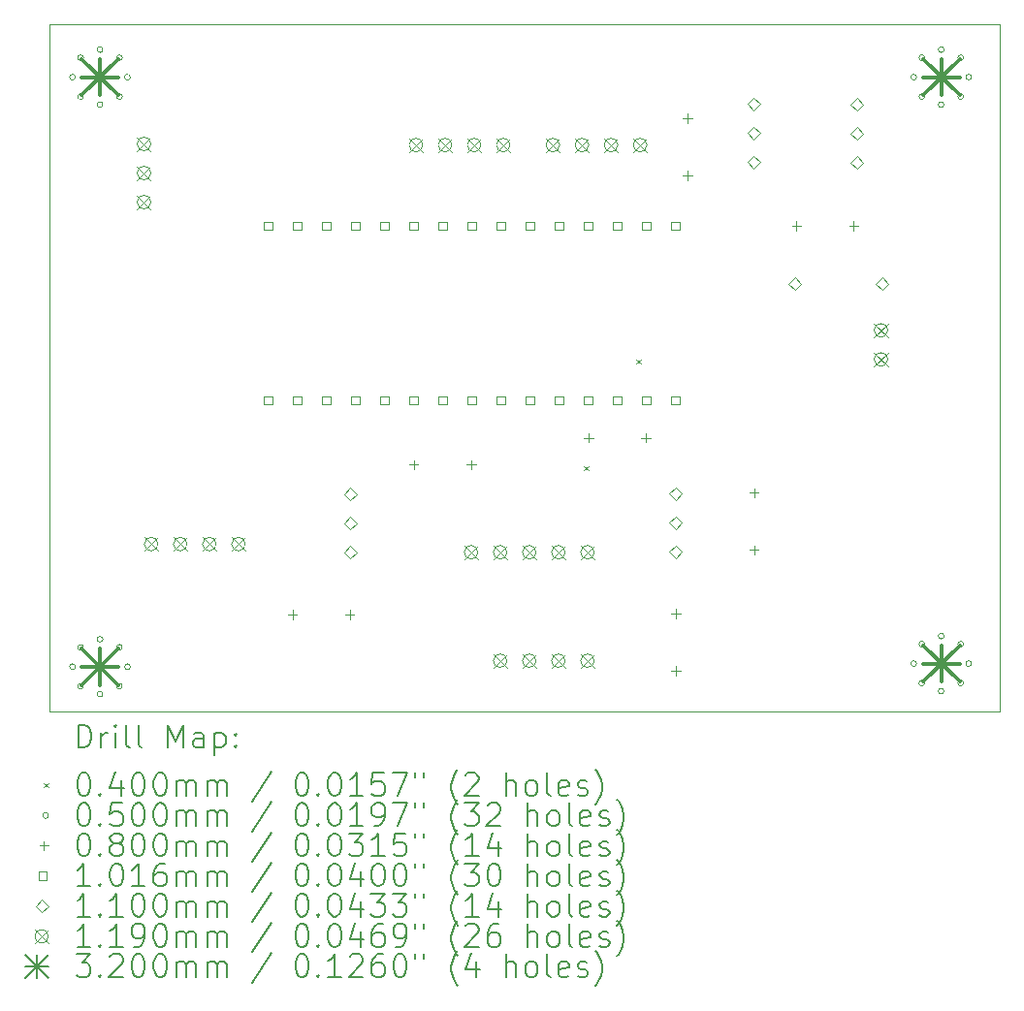
<source format=gbr>
%TF.GenerationSoftware,KiCad,Pcbnew,7.0.9*%
%TF.CreationDate,2023-11-29T22:58:18+01:00*%
%TF.ProjectId,vfo-do,76666f2d-646f-42e6-9b69-6361645f7063,rev?*%
%TF.SameCoordinates,Original*%
%TF.FileFunction,Drillmap*%
%TF.FilePolarity,Positive*%
%FSLAX45Y45*%
G04 Gerber Fmt 4.5, Leading zero omitted, Abs format (unit mm)*
G04 Created by KiCad (PCBNEW 7.0.9) date 2023-11-29 22:58:18*
%MOMM*%
%LPD*%
G01*
G04 APERTURE LIST*
%ADD10C,0.100000*%
%ADD11C,0.200000*%
%ADD12C,0.101600*%
%ADD13C,0.110000*%
%ADD14C,0.119000*%
%ADD15C,0.320000*%
G04 APERTURE END LIST*
D10*
X8300000Y-5600000D02*
X16600000Y-5600000D01*
X16600000Y-11600000D01*
X8300000Y-11600000D01*
X8300000Y-5600000D01*
D11*
D10*
X12970000Y-9455000D02*
X13010000Y-9495000D01*
X13010000Y-9455000D02*
X12970000Y-9495000D01*
X13430000Y-8525000D02*
X13470000Y-8565000D01*
X13470000Y-8525000D02*
X13430000Y-8565000D01*
X8530000Y-6060000D02*
G75*
G03*
X8530000Y-6060000I-25000J0D01*
G01*
X8530000Y-11210000D02*
G75*
G03*
X8530000Y-11210000I-25000J0D01*
G01*
X8600294Y-5890294D02*
G75*
G03*
X8600294Y-5890294I-25000J0D01*
G01*
X8600294Y-6229706D02*
G75*
G03*
X8600294Y-6229706I-25000J0D01*
G01*
X8600294Y-11040294D02*
G75*
G03*
X8600294Y-11040294I-25000J0D01*
G01*
X8600294Y-11379706D02*
G75*
G03*
X8600294Y-11379706I-25000J0D01*
G01*
X8770000Y-5820000D02*
G75*
G03*
X8770000Y-5820000I-25000J0D01*
G01*
X8770000Y-6300000D02*
G75*
G03*
X8770000Y-6300000I-25000J0D01*
G01*
X8770000Y-10970000D02*
G75*
G03*
X8770000Y-10970000I-25000J0D01*
G01*
X8770000Y-11450000D02*
G75*
G03*
X8770000Y-11450000I-25000J0D01*
G01*
X8939706Y-5890294D02*
G75*
G03*
X8939706Y-5890294I-25000J0D01*
G01*
X8939706Y-6229706D02*
G75*
G03*
X8939706Y-6229706I-25000J0D01*
G01*
X8939706Y-11040294D02*
G75*
G03*
X8939706Y-11040294I-25000J0D01*
G01*
X8939706Y-11379706D02*
G75*
G03*
X8939706Y-11379706I-25000J0D01*
G01*
X9010000Y-6060000D02*
G75*
G03*
X9010000Y-6060000I-25000J0D01*
G01*
X9010000Y-11210000D02*
G75*
G03*
X9010000Y-11210000I-25000J0D01*
G01*
X15875000Y-6060000D02*
G75*
G03*
X15875000Y-6060000I-25000J0D01*
G01*
X15875000Y-11182500D02*
G75*
G03*
X15875000Y-11182500I-25000J0D01*
G01*
X15945294Y-5890294D02*
G75*
G03*
X15945294Y-5890294I-25000J0D01*
G01*
X15945294Y-6229706D02*
G75*
G03*
X15945294Y-6229706I-25000J0D01*
G01*
X15945294Y-11012794D02*
G75*
G03*
X15945294Y-11012794I-25000J0D01*
G01*
X15945294Y-11352206D02*
G75*
G03*
X15945294Y-11352206I-25000J0D01*
G01*
X16115000Y-5820000D02*
G75*
G03*
X16115000Y-5820000I-25000J0D01*
G01*
X16115000Y-6300000D02*
G75*
G03*
X16115000Y-6300000I-25000J0D01*
G01*
X16115000Y-10942500D02*
G75*
G03*
X16115000Y-10942500I-25000J0D01*
G01*
X16115000Y-11422500D02*
G75*
G03*
X16115000Y-11422500I-25000J0D01*
G01*
X16284706Y-5890294D02*
G75*
G03*
X16284706Y-5890294I-25000J0D01*
G01*
X16284706Y-6229706D02*
G75*
G03*
X16284706Y-6229706I-25000J0D01*
G01*
X16284706Y-11012794D02*
G75*
G03*
X16284706Y-11012794I-25000J0D01*
G01*
X16284706Y-11352206D02*
G75*
G03*
X16284706Y-11352206I-25000J0D01*
G01*
X16355000Y-6060000D02*
G75*
G03*
X16355000Y-6060000I-25000J0D01*
G01*
X16355000Y-11182500D02*
G75*
G03*
X16355000Y-11182500I-25000J0D01*
G01*
X10425000Y-10715000D02*
X10425000Y-10795000D01*
X10385000Y-10755000D02*
X10465000Y-10755000D01*
X10925000Y-10715000D02*
X10925000Y-10795000D01*
X10885000Y-10755000D02*
X10965000Y-10755000D01*
X11485000Y-9405000D02*
X11485000Y-9485000D01*
X11445000Y-9445000D02*
X11525000Y-9445000D01*
X11985000Y-9405000D02*
X11985000Y-9485000D01*
X11945000Y-9445000D02*
X12025000Y-9445000D01*
X13010000Y-9170000D02*
X13010000Y-9250000D01*
X12970000Y-9210000D02*
X13050000Y-9210000D01*
X13510000Y-9170000D02*
X13510000Y-9250000D01*
X13470000Y-9210000D02*
X13550000Y-9210000D01*
X13775000Y-10705000D02*
X13775000Y-10785000D01*
X13735000Y-10745000D02*
X13815000Y-10745000D01*
X13775000Y-11205000D02*
X13775000Y-11285000D01*
X13735000Y-11245000D02*
X13815000Y-11245000D01*
X13876000Y-6378000D02*
X13876000Y-6458000D01*
X13836000Y-6418000D02*
X13916000Y-6418000D01*
X13876000Y-6878000D02*
X13876000Y-6958000D01*
X13836000Y-6918000D02*
X13916000Y-6918000D01*
X14455000Y-9650000D02*
X14455000Y-9730000D01*
X14415000Y-9690000D02*
X14495000Y-9690000D01*
X14455000Y-10150000D02*
X14455000Y-10230000D01*
X14415000Y-10190000D02*
X14495000Y-10190000D01*
X14825000Y-7320000D02*
X14825000Y-7400000D01*
X14785000Y-7360000D02*
X14865000Y-7360000D01*
X15325000Y-7320000D02*
X15325000Y-7400000D01*
X15285000Y-7360000D02*
X15365000Y-7360000D01*
D12*
X10247871Y-7396921D02*
X10247871Y-7325079D01*
X10176029Y-7325079D01*
X10176029Y-7396921D01*
X10247871Y-7396921D01*
X10247871Y-8920921D02*
X10247871Y-8849079D01*
X10176029Y-8849079D01*
X10176029Y-8920921D01*
X10247871Y-8920921D01*
X10501871Y-7396921D02*
X10501871Y-7325079D01*
X10430029Y-7325079D01*
X10430029Y-7396921D01*
X10501871Y-7396921D01*
X10501871Y-8920921D02*
X10501871Y-8849079D01*
X10430029Y-8849079D01*
X10430029Y-8920921D01*
X10501871Y-8920921D01*
X10755871Y-7396921D02*
X10755871Y-7325079D01*
X10684029Y-7325079D01*
X10684029Y-7396921D01*
X10755871Y-7396921D01*
X10755871Y-8920921D02*
X10755871Y-8849079D01*
X10684029Y-8849079D01*
X10684029Y-8920921D01*
X10755871Y-8920921D01*
X11009871Y-7396921D02*
X11009871Y-7325079D01*
X10938029Y-7325079D01*
X10938029Y-7396921D01*
X11009871Y-7396921D01*
X11009871Y-8920921D02*
X11009871Y-8849079D01*
X10938029Y-8849079D01*
X10938029Y-8920921D01*
X11009871Y-8920921D01*
X11263871Y-7396921D02*
X11263871Y-7325079D01*
X11192029Y-7325079D01*
X11192029Y-7396921D01*
X11263871Y-7396921D01*
X11263871Y-8920921D02*
X11263871Y-8849079D01*
X11192029Y-8849079D01*
X11192029Y-8920921D01*
X11263871Y-8920921D01*
X11517871Y-7396921D02*
X11517871Y-7325079D01*
X11446029Y-7325079D01*
X11446029Y-7396921D01*
X11517871Y-7396921D01*
X11517871Y-8920921D02*
X11517871Y-8849079D01*
X11446029Y-8849079D01*
X11446029Y-8920921D01*
X11517871Y-8920921D01*
X11771871Y-7396921D02*
X11771871Y-7325079D01*
X11700029Y-7325079D01*
X11700029Y-7396921D01*
X11771871Y-7396921D01*
X11771871Y-8920921D02*
X11771871Y-8849079D01*
X11700029Y-8849079D01*
X11700029Y-8920921D01*
X11771871Y-8920921D01*
X12025871Y-7396921D02*
X12025871Y-7325079D01*
X11954029Y-7325079D01*
X11954029Y-7396921D01*
X12025871Y-7396921D01*
X12025871Y-8920921D02*
X12025871Y-8849079D01*
X11954029Y-8849079D01*
X11954029Y-8920921D01*
X12025871Y-8920921D01*
X12279871Y-7396921D02*
X12279871Y-7325079D01*
X12208029Y-7325079D01*
X12208029Y-7396921D01*
X12279871Y-7396921D01*
X12279871Y-8920921D02*
X12279871Y-8849079D01*
X12208029Y-8849079D01*
X12208029Y-8920921D01*
X12279871Y-8920921D01*
X12533871Y-7396921D02*
X12533871Y-7325079D01*
X12462029Y-7325079D01*
X12462029Y-7396921D01*
X12533871Y-7396921D01*
X12533871Y-8920921D02*
X12533871Y-8849079D01*
X12462029Y-8849079D01*
X12462029Y-8920921D01*
X12533871Y-8920921D01*
X12787871Y-7396921D02*
X12787871Y-7325079D01*
X12716029Y-7325079D01*
X12716029Y-7396921D01*
X12787871Y-7396921D01*
X12787871Y-8920921D02*
X12787871Y-8849079D01*
X12716029Y-8849079D01*
X12716029Y-8920921D01*
X12787871Y-8920921D01*
X13041871Y-7396921D02*
X13041871Y-7325079D01*
X12970029Y-7325079D01*
X12970029Y-7396921D01*
X13041871Y-7396921D01*
X13041871Y-8920921D02*
X13041871Y-8849079D01*
X12970029Y-8849079D01*
X12970029Y-8920921D01*
X13041871Y-8920921D01*
X13295871Y-7396921D02*
X13295871Y-7325079D01*
X13224029Y-7325079D01*
X13224029Y-7396921D01*
X13295871Y-7396921D01*
X13295871Y-8920921D02*
X13295871Y-8849079D01*
X13224029Y-8849079D01*
X13224029Y-8920921D01*
X13295871Y-8920921D01*
X13549871Y-7396921D02*
X13549871Y-7325079D01*
X13478029Y-7325079D01*
X13478029Y-7396921D01*
X13549871Y-7396921D01*
X13549871Y-8920921D02*
X13549871Y-8849079D01*
X13478029Y-8849079D01*
X13478029Y-8920921D01*
X13549871Y-8920921D01*
X13803871Y-7396921D02*
X13803871Y-7325079D01*
X13732029Y-7325079D01*
X13732029Y-7396921D01*
X13803871Y-7396921D01*
X13803871Y-8920921D02*
X13803871Y-8849079D01*
X13732029Y-8849079D01*
X13732029Y-8920921D01*
X13803871Y-8920921D01*
D13*
X10930000Y-9757000D02*
X10985000Y-9702000D01*
X10930000Y-9647000D01*
X10875000Y-9702000D01*
X10930000Y-9757000D01*
X10930000Y-10011000D02*
X10985000Y-9956000D01*
X10930000Y-9901000D01*
X10875000Y-9956000D01*
X10930000Y-10011000D01*
X10930000Y-10265000D02*
X10985000Y-10210000D01*
X10930000Y-10155000D01*
X10875000Y-10210000D01*
X10930000Y-10265000D01*
X13772000Y-9751000D02*
X13827000Y-9696000D01*
X13772000Y-9641000D01*
X13717000Y-9696000D01*
X13772000Y-9751000D01*
X13772000Y-10005000D02*
X13827000Y-9950000D01*
X13772000Y-9895000D01*
X13717000Y-9950000D01*
X13772000Y-10005000D01*
X13772000Y-10259000D02*
X13827000Y-10204000D01*
X13772000Y-10149000D01*
X13717000Y-10204000D01*
X13772000Y-10259000D01*
X14454000Y-6349000D02*
X14509000Y-6294000D01*
X14454000Y-6239000D01*
X14399000Y-6294000D01*
X14454000Y-6349000D01*
X14454000Y-6603000D02*
X14509000Y-6548000D01*
X14454000Y-6493000D01*
X14399000Y-6548000D01*
X14454000Y-6603000D01*
X14454000Y-6857000D02*
X14509000Y-6802000D01*
X14454000Y-6747000D01*
X14399000Y-6802000D01*
X14454000Y-6857000D01*
X14811000Y-7918000D02*
X14866000Y-7863000D01*
X14811000Y-7808000D01*
X14756000Y-7863000D01*
X14811000Y-7918000D01*
X15355500Y-6354000D02*
X15410500Y-6299000D01*
X15355500Y-6244000D01*
X15300500Y-6299000D01*
X15355500Y-6354000D01*
X15355500Y-6608000D02*
X15410500Y-6553000D01*
X15355500Y-6498000D01*
X15300500Y-6553000D01*
X15355500Y-6608000D01*
X15355500Y-6862000D02*
X15410500Y-6807000D01*
X15355500Y-6752000D01*
X15300500Y-6807000D01*
X15355500Y-6862000D01*
X15573000Y-7918000D02*
X15628000Y-7863000D01*
X15573000Y-7808000D01*
X15518000Y-7863000D01*
X15573000Y-7918000D01*
D14*
X9069500Y-6584500D02*
X9188500Y-6703500D01*
X9188500Y-6584500D02*
X9069500Y-6703500D01*
X9188500Y-6644000D02*
G75*
G03*
X9188500Y-6644000I-59500J0D01*
G01*
X9069500Y-6838500D02*
X9188500Y-6957500D01*
X9188500Y-6838500D02*
X9069500Y-6957500D01*
X9188500Y-6898000D02*
G75*
G03*
X9188500Y-6898000I-59500J0D01*
G01*
X9069500Y-7092500D02*
X9188500Y-7211500D01*
X9188500Y-7092500D02*
X9069500Y-7211500D01*
X9188500Y-7152000D02*
G75*
G03*
X9188500Y-7152000I-59500J0D01*
G01*
X9132500Y-10078500D02*
X9251500Y-10197500D01*
X9251500Y-10078500D02*
X9132500Y-10197500D01*
X9251500Y-10138000D02*
G75*
G03*
X9251500Y-10138000I-59500J0D01*
G01*
X9386500Y-10078500D02*
X9505500Y-10197500D01*
X9505500Y-10078500D02*
X9386500Y-10197500D01*
X9505500Y-10138000D02*
G75*
G03*
X9505500Y-10138000I-59500J0D01*
G01*
X9640500Y-10078500D02*
X9759500Y-10197500D01*
X9759500Y-10078500D02*
X9640500Y-10197500D01*
X9759500Y-10138000D02*
G75*
G03*
X9759500Y-10138000I-59500J0D01*
G01*
X9894500Y-10078500D02*
X10013500Y-10197500D01*
X10013500Y-10078500D02*
X9894500Y-10197500D01*
X10013500Y-10138000D02*
G75*
G03*
X10013500Y-10138000I-59500J0D01*
G01*
X11444500Y-6593500D02*
X11563500Y-6712500D01*
X11563500Y-6593500D02*
X11444500Y-6712500D01*
X11563500Y-6653000D02*
G75*
G03*
X11563500Y-6653000I-59500J0D01*
G01*
X11698500Y-6593500D02*
X11817500Y-6712500D01*
X11817500Y-6593500D02*
X11698500Y-6712500D01*
X11817500Y-6653000D02*
G75*
G03*
X11817500Y-6653000I-59500J0D01*
G01*
X11925500Y-10150500D02*
X12044500Y-10269500D01*
X12044500Y-10150500D02*
X11925500Y-10269500D01*
X12044500Y-10210000D02*
G75*
G03*
X12044500Y-10210000I-59500J0D01*
G01*
X11952500Y-6593500D02*
X12071500Y-6712500D01*
X12071500Y-6593500D02*
X11952500Y-6712500D01*
X12071500Y-6653000D02*
G75*
G03*
X12071500Y-6653000I-59500J0D01*
G01*
X12179500Y-10150500D02*
X12298500Y-10269500D01*
X12298500Y-10150500D02*
X12179500Y-10269500D01*
X12298500Y-10210000D02*
G75*
G03*
X12298500Y-10210000I-59500J0D01*
G01*
X12179500Y-11097500D02*
X12298500Y-11216500D01*
X12298500Y-11097500D02*
X12179500Y-11216500D01*
X12298500Y-11157000D02*
G75*
G03*
X12298500Y-11157000I-59500J0D01*
G01*
X12206500Y-6593500D02*
X12325500Y-6712500D01*
X12325500Y-6593500D02*
X12206500Y-6712500D01*
X12325500Y-6653000D02*
G75*
G03*
X12325500Y-6653000I-59500J0D01*
G01*
X12433500Y-10150500D02*
X12552500Y-10269500D01*
X12552500Y-10150500D02*
X12433500Y-10269500D01*
X12552500Y-10210000D02*
G75*
G03*
X12552500Y-10210000I-59500J0D01*
G01*
X12433500Y-11097500D02*
X12552500Y-11216500D01*
X12552500Y-11097500D02*
X12433500Y-11216500D01*
X12552500Y-11157000D02*
G75*
G03*
X12552500Y-11157000I-59500J0D01*
G01*
X12639500Y-6593500D02*
X12758500Y-6712500D01*
X12758500Y-6593500D02*
X12639500Y-6712500D01*
X12758500Y-6653000D02*
G75*
G03*
X12758500Y-6653000I-59500J0D01*
G01*
X12687500Y-10150500D02*
X12806500Y-10269500D01*
X12806500Y-10150500D02*
X12687500Y-10269500D01*
X12806500Y-10210000D02*
G75*
G03*
X12806500Y-10210000I-59500J0D01*
G01*
X12687500Y-11097500D02*
X12806500Y-11216500D01*
X12806500Y-11097500D02*
X12687500Y-11216500D01*
X12806500Y-11157000D02*
G75*
G03*
X12806500Y-11157000I-59500J0D01*
G01*
X12893500Y-6593500D02*
X13012500Y-6712500D01*
X13012500Y-6593500D02*
X12893500Y-6712500D01*
X13012500Y-6653000D02*
G75*
G03*
X13012500Y-6653000I-59500J0D01*
G01*
X12941500Y-10150500D02*
X13060500Y-10269500D01*
X13060500Y-10150500D02*
X12941500Y-10269500D01*
X13060500Y-10210000D02*
G75*
G03*
X13060500Y-10210000I-59500J0D01*
G01*
X12941500Y-11097500D02*
X13060500Y-11216500D01*
X13060500Y-11097500D02*
X12941500Y-11216500D01*
X13060500Y-11157000D02*
G75*
G03*
X13060500Y-11157000I-59500J0D01*
G01*
X13147500Y-6593500D02*
X13266500Y-6712500D01*
X13266500Y-6593500D02*
X13147500Y-6712500D01*
X13266500Y-6653000D02*
G75*
G03*
X13266500Y-6653000I-59500J0D01*
G01*
X13401500Y-6593500D02*
X13520500Y-6712500D01*
X13520500Y-6593500D02*
X13401500Y-6712500D01*
X13520500Y-6653000D02*
G75*
G03*
X13520500Y-6653000I-59500J0D01*
G01*
X15504500Y-8211500D02*
X15623500Y-8330500D01*
X15623500Y-8211500D02*
X15504500Y-8330500D01*
X15623500Y-8271000D02*
G75*
G03*
X15623500Y-8271000I-59500J0D01*
G01*
X15504500Y-8465500D02*
X15623500Y-8584500D01*
X15623500Y-8465500D02*
X15504500Y-8584500D01*
X15623500Y-8525000D02*
G75*
G03*
X15623500Y-8525000I-59500J0D01*
G01*
D15*
X8585000Y-5900000D02*
X8905000Y-6220000D01*
X8905000Y-5900000D02*
X8585000Y-6220000D01*
X8745000Y-5900000D02*
X8745000Y-6220000D01*
X8585000Y-6060000D02*
X8905000Y-6060000D01*
X8585000Y-11050000D02*
X8905000Y-11370000D01*
X8905000Y-11050000D02*
X8585000Y-11370000D01*
X8745000Y-11050000D02*
X8745000Y-11370000D01*
X8585000Y-11210000D02*
X8905000Y-11210000D01*
X15930000Y-5900000D02*
X16250000Y-6220000D01*
X16250000Y-5900000D02*
X15930000Y-6220000D01*
X16090000Y-5900000D02*
X16090000Y-6220000D01*
X15930000Y-6060000D02*
X16250000Y-6060000D01*
X15930000Y-11022500D02*
X16250000Y-11342500D01*
X16250000Y-11022500D02*
X15930000Y-11342500D01*
X16090000Y-11022500D02*
X16090000Y-11342500D01*
X15930000Y-11182500D02*
X16250000Y-11182500D01*
D11*
X8555777Y-11916484D02*
X8555777Y-11716484D01*
X8555777Y-11716484D02*
X8603396Y-11716484D01*
X8603396Y-11716484D02*
X8631967Y-11726008D01*
X8631967Y-11726008D02*
X8651015Y-11745055D01*
X8651015Y-11745055D02*
X8660539Y-11764103D01*
X8660539Y-11764103D02*
X8670063Y-11802198D01*
X8670063Y-11802198D02*
X8670063Y-11830769D01*
X8670063Y-11830769D02*
X8660539Y-11868865D01*
X8660539Y-11868865D02*
X8651015Y-11887912D01*
X8651015Y-11887912D02*
X8631967Y-11906960D01*
X8631967Y-11906960D02*
X8603396Y-11916484D01*
X8603396Y-11916484D02*
X8555777Y-11916484D01*
X8755777Y-11916484D02*
X8755777Y-11783150D01*
X8755777Y-11821246D02*
X8765301Y-11802198D01*
X8765301Y-11802198D02*
X8774824Y-11792674D01*
X8774824Y-11792674D02*
X8793872Y-11783150D01*
X8793872Y-11783150D02*
X8812920Y-11783150D01*
X8879586Y-11916484D02*
X8879586Y-11783150D01*
X8879586Y-11716484D02*
X8870063Y-11726008D01*
X8870063Y-11726008D02*
X8879586Y-11735531D01*
X8879586Y-11735531D02*
X8889110Y-11726008D01*
X8889110Y-11726008D02*
X8879586Y-11716484D01*
X8879586Y-11716484D02*
X8879586Y-11735531D01*
X9003396Y-11916484D02*
X8984348Y-11906960D01*
X8984348Y-11906960D02*
X8974824Y-11887912D01*
X8974824Y-11887912D02*
X8974824Y-11716484D01*
X9108158Y-11916484D02*
X9089110Y-11906960D01*
X9089110Y-11906960D02*
X9079586Y-11887912D01*
X9079586Y-11887912D02*
X9079586Y-11716484D01*
X9336729Y-11916484D02*
X9336729Y-11716484D01*
X9336729Y-11716484D02*
X9403396Y-11859341D01*
X9403396Y-11859341D02*
X9470063Y-11716484D01*
X9470063Y-11716484D02*
X9470063Y-11916484D01*
X9651015Y-11916484D02*
X9651015Y-11811722D01*
X9651015Y-11811722D02*
X9641491Y-11792674D01*
X9641491Y-11792674D02*
X9622444Y-11783150D01*
X9622444Y-11783150D02*
X9584348Y-11783150D01*
X9584348Y-11783150D02*
X9565301Y-11792674D01*
X9651015Y-11906960D02*
X9631967Y-11916484D01*
X9631967Y-11916484D02*
X9584348Y-11916484D01*
X9584348Y-11916484D02*
X9565301Y-11906960D01*
X9565301Y-11906960D02*
X9555777Y-11887912D01*
X9555777Y-11887912D02*
X9555777Y-11868865D01*
X9555777Y-11868865D02*
X9565301Y-11849817D01*
X9565301Y-11849817D02*
X9584348Y-11840293D01*
X9584348Y-11840293D02*
X9631967Y-11840293D01*
X9631967Y-11840293D02*
X9651015Y-11830769D01*
X9746253Y-11783150D02*
X9746253Y-11983150D01*
X9746253Y-11792674D02*
X9765301Y-11783150D01*
X9765301Y-11783150D02*
X9803396Y-11783150D01*
X9803396Y-11783150D02*
X9822444Y-11792674D01*
X9822444Y-11792674D02*
X9831967Y-11802198D01*
X9831967Y-11802198D02*
X9841491Y-11821246D01*
X9841491Y-11821246D02*
X9841491Y-11878388D01*
X9841491Y-11878388D02*
X9831967Y-11897436D01*
X9831967Y-11897436D02*
X9822444Y-11906960D01*
X9822444Y-11906960D02*
X9803396Y-11916484D01*
X9803396Y-11916484D02*
X9765301Y-11916484D01*
X9765301Y-11916484D02*
X9746253Y-11906960D01*
X9927205Y-11897436D02*
X9936729Y-11906960D01*
X9936729Y-11906960D02*
X9927205Y-11916484D01*
X9927205Y-11916484D02*
X9917682Y-11906960D01*
X9917682Y-11906960D02*
X9927205Y-11897436D01*
X9927205Y-11897436D02*
X9927205Y-11916484D01*
X9927205Y-11792674D02*
X9936729Y-11802198D01*
X9936729Y-11802198D02*
X9927205Y-11811722D01*
X9927205Y-11811722D02*
X9917682Y-11802198D01*
X9917682Y-11802198D02*
X9927205Y-11792674D01*
X9927205Y-11792674D02*
X9927205Y-11811722D01*
D10*
X8255000Y-12225000D02*
X8295000Y-12265000D01*
X8295000Y-12225000D02*
X8255000Y-12265000D01*
D11*
X8593872Y-12136484D02*
X8612920Y-12136484D01*
X8612920Y-12136484D02*
X8631967Y-12146008D01*
X8631967Y-12146008D02*
X8641491Y-12155531D01*
X8641491Y-12155531D02*
X8651015Y-12174579D01*
X8651015Y-12174579D02*
X8660539Y-12212674D01*
X8660539Y-12212674D02*
X8660539Y-12260293D01*
X8660539Y-12260293D02*
X8651015Y-12298388D01*
X8651015Y-12298388D02*
X8641491Y-12317436D01*
X8641491Y-12317436D02*
X8631967Y-12326960D01*
X8631967Y-12326960D02*
X8612920Y-12336484D01*
X8612920Y-12336484D02*
X8593872Y-12336484D01*
X8593872Y-12336484D02*
X8574824Y-12326960D01*
X8574824Y-12326960D02*
X8565301Y-12317436D01*
X8565301Y-12317436D02*
X8555777Y-12298388D01*
X8555777Y-12298388D02*
X8546253Y-12260293D01*
X8546253Y-12260293D02*
X8546253Y-12212674D01*
X8546253Y-12212674D02*
X8555777Y-12174579D01*
X8555777Y-12174579D02*
X8565301Y-12155531D01*
X8565301Y-12155531D02*
X8574824Y-12146008D01*
X8574824Y-12146008D02*
X8593872Y-12136484D01*
X8746253Y-12317436D02*
X8755777Y-12326960D01*
X8755777Y-12326960D02*
X8746253Y-12336484D01*
X8746253Y-12336484D02*
X8736729Y-12326960D01*
X8736729Y-12326960D02*
X8746253Y-12317436D01*
X8746253Y-12317436D02*
X8746253Y-12336484D01*
X8927205Y-12203150D02*
X8927205Y-12336484D01*
X8879586Y-12126960D02*
X8831967Y-12269817D01*
X8831967Y-12269817D02*
X8955777Y-12269817D01*
X9070063Y-12136484D02*
X9089110Y-12136484D01*
X9089110Y-12136484D02*
X9108158Y-12146008D01*
X9108158Y-12146008D02*
X9117682Y-12155531D01*
X9117682Y-12155531D02*
X9127205Y-12174579D01*
X9127205Y-12174579D02*
X9136729Y-12212674D01*
X9136729Y-12212674D02*
X9136729Y-12260293D01*
X9136729Y-12260293D02*
X9127205Y-12298388D01*
X9127205Y-12298388D02*
X9117682Y-12317436D01*
X9117682Y-12317436D02*
X9108158Y-12326960D01*
X9108158Y-12326960D02*
X9089110Y-12336484D01*
X9089110Y-12336484D02*
X9070063Y-12336484D01*
X9070063Y-12336484D02*
X9051015Y-12326960D01*
X9051015Y-12326960D02*
X9041491Y-12317436D01*
X9041491Y-12317436D02*
X9031967Y-12298388D01*
X9031967Y-12298388D02*
X9022444Y-12260293D01*
X9022444Y-12260293D02*
X9022444Y-12212674D01*
X9022444Y-12212674D02*
X9031967Y-12174579D01*
X9031967Y-12174579D02*
X9041491Y-12155531D01*
X9041491Y-12155531D02*
X9051015Y-12146008D01*
X9051015Y-12146008D02*
X9070063Y-12136484D01*
X9260539Y-12136484D02*
X9279586Y-12136484D01*
X9279586Y-12136484D02*
X9298634Y-12146008D01*
X9298634Y-12146008D02*
X9308158Y-12155531D01*
X9308158Y-12155531D02*
X9317682Y-12174579D01*
X9317682Y-12174579D02*
X9327205Y-12212674D01*
X9327205Y-12212674D02*
X9327205Y-12260293D01*
X9327205Y-12260293D02*
X9317682Y-12298388D01*
X9317682Y-12298388D02*
X9308158Y-12317436D01*
X9308158Y-12317436D02*
X9298634Y-12326960D01*
X9298634Y-12326960D02*
X9279586Y-12336484D01*
X9279586Y-12336484D02*
X9260539Y-12336484D01*
X9260539Y-12336484D02*
X9241491Y-12326960D01*
X9241491Y-12326960D02*
X9231967Y-12317436D01*
X9231967Y-12317436D02*
X9222444Y-12298388D01*
X9222444Y-12298388D02*
X9212920Y-12260293D01*
X9212920Y-12260293D02*
X9212920Y-12212674D01*
X9212920Y-12212674D02*
X9222444Y-12174579D01*
X9222444Y-12174579D02*
X9231967Y-12155531D01*
X9231967Y-12155531D02*
X9241491Y-12146008D01*
X9241491Y-12146008D02*
X9260539Y-12136484D01*
X9412920Y-12336484D02*
X9412920Y-12203150D01*
X9412920Y-12222198D02*
X9422444Y-12212674D01*
X9422444Y-12212674D02*
X9441491Y-12203150D01*
X9441491Y-12203150D02*
X9470063Y-12203150D01*
X9470063Y-12203150D02*
X9489110Y-12212674D01*
X9489110Y-12212674D02*
X9498634Y-12231722D01*
X9498634Y-12231722D02*
X9498634Y-12336484D01*
X9498634Y-12231722D02*
X9508158Y-12212674D01*
X9508158Y-12212674D02*
X9527205Y-12203150D01*
X9527205Y-12203150D02*
X9555777Y-12203150D01*
X9555777Y-12203150D02*
X9574825Y-12212674D01*
X9574825Y-12212674D02*
X9584348Y-12231722D01*
X9584348Y-12231722D02*
X9584348Y-12336484D01*
X9679586Y-12336484D02*
X9679586Y-12203150D01*
X9679586Y-12222198D02*
X9689110Y-12212674D01*
X9689110Y-12212674D02*
X9708158Y-12203150D01*
X9708158Y-12203150D02*
X9736729Y-12203150D01*
X9736729Y-12203150D02*
X9755777Y-12212674D01*
X9755777Y-12212674D02*
X9765301Y-12231722D01*
X9765301Y-12231722D02*
X9765301Y-12336484D01*
X9765301Y-12231722D02*
X9774825Y-12212674D01*
X9774825Y-12212674D02*
X9793872Y-12203150D01*
X9793872Y-12203150D02*
X9822444Y-12203150D01*
X9822444Y-12203150D02*
X9841491Y-12212674D01*
X9841491Y-12212674D02*
X9851015Y-12231722D01*
X9851015Y-12231722D02*
X9851015Y-12336484D01*
X10241491Y-12126960D02*
X10070063Y-12384103D01*
X10498634Y-12136484D02*
X10517682Y-12136484D01*
X10517682Y-12136484D02*
X10536729Y-12146008D01*
X10536729Y-12146008D02*
X10546253Y-12155531D01*
X10546253Y-12155531D02*
X10555777Y-12174579D01*
X10555777Y-12174579D02*
X10565301Y-12212674D01*
X10565301Y-12212674D02*
X10565301Y-12260293D01*
X10565301Y-12260293D02*
X10555777Y-12298388D01*
X10555777Y-12298388D02*
X10546253Y-12317436D01*
X10546253Y-12317436D02*
X10536729Y-12326960D01*
X10536729Y-12326960D02*
X10517682Y-12336484D01*
X10517682Y-12336484D02*
X10498634Y-12336484D01*
X10498634Y-12336484D02*
X10479587Y-12326960D01*
X10479587Y-12326960D02*
X10470063Y-12317436D01*
X10470063Y-12317436D02*
X10460539Y-12298388D01*
X10460539Y-12298388D02*
X10451015Y-12260293D01*
X10451015Y-12260293D02*
X10451015Y-12212674D01*
X10451015Y-12212674D02*
X10460539Y-12174579D01*
X10460539Y-12174579D02*
X10470063Y-12155531D01*
X10470063Y-12155531D02*
X10479587Y-12146008D01*
X10479587Y-12146008D02*
X10498634Y-12136484D01*
X10651015Y-12317436D02*
X10660539Y-12326960D01*
X10660539Y-12326960D02*
X10651015Y-12336484D01*
X10651015Y-12336484D02*
X10641491Y-12326960D01*
X10641491Y-12326960D02*
X10651015Y-12317436D01*
X10651015Y-12317436D02*
X10651015Y-12336484D01*
X10784348Y-12136484D02*
X10803396Y-12136484D01*
X10803396Y-12136484D02*
X10822444Y-12146008D01*
X10822444Y-12146008D02*
X10831968Y-12155531D01*
X10831968Y-12155531D02*
X10841491Y-12174579D01*
X10841491Y-12174579D02*
X10851015Y-12212674D01*
X10851015Y-12212674D02*
X10851015Y-12260293D01*
X10851015Y-12260293D02*
X10841491Y-12298388D01*
X10841491Y-12298388D02*
X10831968Y-12317436D01*
X10831968Y-12317436D02*
X10822444Y-12326960D01*
X10822444Y-12326960D02*
X10803396Y-12336484D01*
X10803396Y-12336484D02*
X10784348Y-12336484D01*
X10784348Y-12336484D02*
X10765301Y-12326960D01*
X10765301Y-12326960D02*
X10755777Y-12317436D01*
X10755777Y-12317436D02*
X10746253Y-12298388D01*
X10746253Y-12298388D02*
X10736729Y-12260293D01*
X10736729Y-12260293D02*
X10736729Y-12212674D01*
X10736729Y-12212674D02*
X10746253Y-12174579D01*
X10746253Y-12174579D02*
X10755777Y-12155531D01*
X10755777Y-12155531D02*
X10765301Y-12146008D01*
X10765301Y-12146008D02*
X10784348Y-12136484D01*
X11041491Y-12336484D02*
X10927206Y-12336484D01*
X10984348Y-12336484D02*
X10984348Y-12136484D01*
X10984348Y-12136484D02*
X10965301Y-12165055D01*
X10965301Y-12165055D02*
X10946253Y-12184103D01*
X10946253Y-12184103D02*
X10927206Y-12193627D01*
X11222444Y-12136484D02*
X11127206Y-12136484D01*
X11127206Y-12136484D02*
X11117682Y-12231722D01*
X11117682Y-12231722D02*
X11127206Y-12222198D01*
X11127206Y-12222198D02*
X11146253Y-12212674D01*
X11146253Y-12212674D02*
X11193872Y-12212674D01*
X11193872Y-12212674D02*
X11212920Y-12222198D01*
X11212920Y-12222198D02*
X11222444Y-12231722D01*
X11222444Y-12231722D02*
X11231967Y-12250769D01*
X11231967Y-12250769D02*
X11231967Y-12298388D01*
X11231967Y-12298388D02*
X11222444Y-12317436D01*
X11222444Y-12317436D02*
X11212920Y-12326960D01*
X11212920Y-12326960D02*
X11193872Y-12336484D01*
X11193872Y-12336484D02*
X11146253Y-12336484D01*
X11146253Y-12336484D02*
X11127206Y-12326960D01*
X11127206Y-12326960D02*
X11117682Y-12317436D01*
X11298634Y-12136484D02*
X11431967Y-12136484D01*
X11431967Y-12136484D02*
X11346253Y-12336484D01*
X11498634Y-12136484D02*
X11498634Y-12174579D01*
X11574825Y-12136484D02*
X11574825Y-12174579D01*
X11870063Y-12412674D02*
X11860539Y-12403150D01*
X11860539Y-12403150D02*
X11841491Y-12374579D01*
X11841491Y-12374579D02*
X11831968Y-12355531D01*
X11831968Y-12355531D02*
X11822444Y-12326960D01*
X11822444Y-12326960D02*
X11812920Y-12279341D01*
X11812920Y-12279341D02*
X11812920Y-12241246D01*
X11812920Y-12241246D02*
X11822444Y-12193627D01*
X11822444Y-12193627D02*
X11831968Y-12165055D01*
X11831968Y-12165055D02*
X11841491Y-12146008D01*
X11841491Y-12146008D02*
X11860539Y-12117436D01*
X11860539Y-12117436D02*
X11870063Y-12107912D01*
X11936729Y-12155531D02*
X11946253Y-12146008D01*
X11946253Y-12146008D02*
X11965301Y-12136484D01*
X11965301Y-12136484D02*
X12012920Y-12136484D01*
X12012920Y-12136484D02*
X12031968Y-12146008D01*
X12031968Y-12146008D02*
X12041491Y-12155531D01*
X12041491Y-12155531D02*
X12051015Y-12174579D01*
X12051015Y-12174579D02*
X12051015Y-12193627D01*
X12051015Y-12193627D02*
X12041491Y-12222198D01*
X12041491Y-12222198D02*
X11927206Y-12336484D01*
X11927206Y-12336484D02*
X12051015Y-12336484D01*
X12289110Y-12336484D02*
X12289110Y-12136484D01*
X12374825Y-12336484D02*
X12374825Y-12231722D01*
X12374825Y-12231722D02*
X12365301Y-12212674D01*
X12365301Y-12212674D02*
X12346253Y-12203150D01*
X12346253Y-12203150D02*
X12317682Y-12203150D01*
X12317682Y-12203150D02*
X12298634Y-12212674D01*
X12298634Y-12212674D02*
X12289110Y-12222198D01*
X12498634Y-12336484D02*
X12479587Y-12326960D01*
X12479587Y-12326960D02*
X12470063Y-12317436D01*
X12470063Y-12317436D02*
X12460539Y-12298388D01*
X12460539Y-12298388D02*
X12460539Y-12241246D01*
X12460539Y-12241246D02*
X12470063Y-12222198D01*
X12470063Y-12222198D02*
X12479587Y-12212674D01*
X12479587Y-12212674D02*
X12498634Y-12203150D01*
X12498634Y-12203150D02*
X12527206Y-12203150D01*
X12527206Y-12203150D02*
X12546253Y-12212674D01*
X12546253Y-12212674D02*
X12555777Y-12222198D01*
X12555777Y-12222198D02*
X12565301Y-12241246D01*
X12565301Y-12241246D02*
X12565301Y-12298388D01*
X12565301Y-12298388D02*
X12555777Y-12317436D01*
X12555777Y-12317436D02*
X12546253Y-12326960D01*
X12546253Y-12326960D02*
X12527206Y-12336484D01*
X12527206Y-12336484D02*
X12498634Y-12336484D01*
X12679587Y-12336484D02*
X12660539Y-12326960D01*
X12660539Y-12326960D02*
X12651015Y-12307912D01*
X12651015Y-12307912D02*
X12651015Y-12136484D01*
X12831968Y-12326960D02*
X12812920Y-12336484D01*
X12812920Y-12336484D02*
X12774825Y-12336484D01*
X12774825Y-12336484D02*
X12755777Y-12326960D01*
X12755777Y-12326960D02*
X12746253Y-12307912D01*
X12746253Y-12307912D02*
X12746253Y-12231722D01*
X12746253Y-12231722D02*
X12755777Y-12212674D01*
X12755777Y-12212674D02*
X12774825Y-12203150D01*
X12774825Y-12203150D02*
X12812920Y-12203150D01*
X12812920Y-12203150D02*
X12831968Y-12212674D01*
X12831968Y-12212674D02*
X12841491Y-12231722D01*
X12841491Y-12231722D02*
X12841491Y-12250769D01*
X12841491Y-12250769D02*
X12746253Y-12269817D01*
X12917682Y-12326960D02*
X12936730Y-12336484D01*
X12936730Y-12336484D02*
X12974825Y-12336484D01*
X12974825Y-12336484D02*
X12993872Y-12326960D01*
X12993872Y-12326960D02*
X13003396Y-12307912D01*
X13003396Y-12307912D02*
X13003396Y-12298388D01*
X13003396Y-12298388D02*
X12993872Y-12279341D01*
X12993872Y-12279341D02*
X12974825Y-12269817D01*
X12974825Y-12269817D02*
X12946253Y-12269817D01*
X12946253Y-12269817D02*
X12927206Y-12260293D01*
X12927206Y-12260293D02*
X12917682Y-12241246D01*
X12917682Y-12241246D02*
X12917682Y-12231722D01*
X12917682Y-12231722D02*
X12927206Y-12212674D01*
X12927206Y-12212674D02*
X12946253Y-12203150D01*
X12946253Y-12203150D02*
X12974825Y-12203150D01*
X12974825Y-12203150D02*
X12993872Y-12212674D01*
X13070063Y-12412674D02*
X13079587Y-12403150D01*
X13079587Y-12403150D02*
X13098634Y-12374579D01*
X13098634Y-12374579D02*
X13108158Y-12355531D01*
X13108158Y-12355531D02*
X13117682Y-12326960D01*
X13117682Y-12326960D02*
X13127206Y-12279341D01*
X13127206Y-12279341D02*
X13127206Y-12241246D01*
X13127206Y-12241246D02*
X13117682Y-12193627D01*
X13117682Y-12193627D02*
X13108158Y-12165055D01*
X13108158Y-12165055D02*
X13098634Y-12146008D01*
X13098634Y-12146008D02*
X13079587Y-12117436D01*
X13079587Y-12117436D02*
X13070063Y-12107912D01*
D10*
X8295000Y-12509000D02*
G75*
G03*
X8295000Y-12509000I-25000J0D01*
G01*
D11*
X8593872Y-12400484D02*
X8612920Y-12400484D01*
X8612920Y-12400484D02*
X8631967Y-12410008D01*
X8631967Y-12410008D02*
X8641491Y-12419531D01*
X8641491Y-12419531D02*
X8651015Y-12438579D01*
X8651015Y-12438579D02*
X8660539Y-12476674D01*
X8660539Y-12476674D02*
X8660539Y-12524293D01*
X8660539Y-12524293D02*
X8651015Y-12562388D01*
X8651015Y-12562388D02*
X8641491Y-12581436D01*
X8641491Y-12581436D02*
X8631967Y-12590960D01*
X8631967Y-12590960D02*
X8612920Y-12600484D01*
X8612920Y-12600484D02*
X8593872Y-12600484D01*
X8593872Y-12600484D02*
X8574824Y-12590960D01*
X8574824Y-12590960D02*
X8565301Y-12581436D01*
X8565301Y-12581436D02*
X8555777Y-12562388D01*
X8555777Y-12562388D02*
X8546253Y-12524293D01*
X8546253Y-12524293D02*
X8546253Y-12476674D01*
X8546253Y-12476674D02*
X8555777Y-12438579D01*
X8555777Y-12438579D02*
X8565301Y-12419531D01*
X8565301Y-12419531D02*
X8574824Y-12410008D01*
X8574824Y-12410008D02*
X8593872Y-12400484D01*
X8746253Y-12581436D02*
X8755777Y-12590960D01*
X8755777Y-12590960D02*
X8746253Y-12600484D01*
X8746253Y-12600484D02*
X8736729Y-12590960D01*
X8736729Y-12590960D02*
X8746253Y-12581436D01*
X8746253Y-12581436D02*
X8746253Y-12600484D01*
X8936729Y-12400484D02*
X8841491Y-12400484D01*
X8841491Y-12400484D02*
X8831967Y-12495722D01*
X8831967Y-12495722D02*
X8841491Y-12486198D01*
X8841491Y-12486198D02*
X8860539Y-12476674D01*
X8860539Y-12476674D02*
X8908158Y-12476674D01*
X8908158Y-12476674D02*
X8927205Y-12486198D01*
X8927205Y-12486198D02*
X8936729Y-12495722D01*
X8936729Y-12495722D02*
X8946253Y-12514769D01*
X8946253Y-12514769D02*
X8946253Y-12562388D01*
X8946253Y-12562388D02*
X8936729Y-12581436D01*
X8936729Y-12581436D02*
X8927205Y-12590960D01*
X8927205Y-12590960D02*
X8908158Y-12600484D01*
X8908158Y-12600484D02*
X8860539Y-12600484D01*
X8860539Y-12600484D02*
X8841491Y-12590960D01*
X8841491Y-12590960D02*
X8831967Y-12581436D01*
X9070063Y-12400484D02*
X9089110Y-12400484D01*
X9089110Y-12400484D02*
X9108158Y-12410008D01*
X9108158Y-12410008D02*
X9117682Y-12419531D01*
X9117682Y-12419531D02*
X9127205Y-12438579D01*
X9127205Y-12438579D02*
X9136729Y-12476674D01*
X9136729Y-12476674D02*
X9136729Y-12524293D01*
X9136729Y-12524293D02*
X9127205Y-12562388D01*
X9127205Y-12562388D02*
X9117682Y-12581436D01*
X9117682Y-12581436D02*
X9108158Y-12590960D01*
X9108158Y-12590960D02*
X9089110Y-12600484D01*
X9089110Y-12600484D02*
X9070063Y-12600484D01*
X9070063Y-12600484D02*
X9051015Y-12590960D01*
X9051015Y-12590960D02*
X9041491Y-12581436D01*
X9041491Y-12581436D02*
X9031967Y-12562388D01*
X9031967Y-12562388D02*
X9022444Y-12524293D01*
X9022444Y-12524293D02*
X9022444Y-12476674D01*
X9022444Y-12476674D02*
X9031967Y-12438579D01*
X9031967Y-12438579D02*
X9041491Y-12419531D01*
X9041491Y-12419531D02*
X9051015Y-12410008D01*
X9051015Y-12410008D02*
X9070063Y-12400484D01*
X9260539Y-12400484D02*
X9279586Y-12400484D01*
X9279586Y-12400484D02*
X9298634Y-12410008D01*
X9298634Y-12410008D02*
X9308158Y-12419531D01*
X9308158Y-12419531D02*
X9317682Y-12438579D01*
X9317682Y-12438579D02*
X9327205Y-12476674D01*
X9327205Y-12476674D02*
X9327205Y-12524293D01*
X9327205Y-12524293D02*
X9317682Y-12562388D01*
X9317682Y-12562388D02*
X9308158Y-12581436D01*
X9308158Y-12581436D02*
X9298634Y-12590960D01*
X9298634Y-12590960D02*
X9279586Y-12600484D01*
X9279586Y-12600484D02*
X9260539Y-12600484D01*
X9260539Y-12600484D02*
X9241491Y-12590960D01*
X9241491Y-12590960D02*
X9231967Y-12581436D01*
X9231967Y-12581436D02*
X9222444Y-12562388D01*
X9222444Y-12562388D02*
X9212920Y-12524293D01*
X9212920Y-12524293D02*
X9212920Y-12476674D01*
X9212920Y-12476674D02*
X9222444Y-12438579D01*
X9222444Y-12438579D02*
X9231967Y-12419531D01*
X9231967Y-12419531D02*
X9241491Y-12410008D01*
X9241491Y-12410008D02*
X9260539Y-12400484D01*
X9412920Y-12600484D02*
X9412920Y-12467150D01*
X9412920Y-12486198D02*
X9422444Y-12476674D01*
X9422444Y-12476674D02*
X9441491Y-12467150D01*
X9441491Y-12467150D02*
X9470063Y-12467150D01*
X9470063Y-12467150D02*
X9489110Y-12476674D01*
X9489110Y-12476674D02*
X9498634Y-12495722D01*
X9498634Y-12495722D02*
X9498634Y-12600484D01*
X9498634Y-12495722D02*
X9508158Y-12476674D01*
X9508158Y-12476674D02*
X9527205Y-12467150D01*
X9527205Y-12467150D02*
X9555777Y-12467150D01*
X9555777Y-12467150D02*
X9574825Y-12476674D01*
X9574825Y-12476674D02*
X9584348Y-12495722D01*
X9584348Y-12495722D02*
X9584348Y-12600484D01*
X9679586Y-12600484D02*
X9679586Y-12467150D01*
X9679586Y-12486198D02*
X9689110Y-12476674D01*
X9689110Y-12476674D02*
X9708158Y-12467150D01*
X9708158Y-12467150D02*
X9736729Y-12467150D01*
X9736729Y-12467150D02*
X9755777Y-12476674D01*
X9755777Y-12476674D02*
X9765301Y-12495722D01*
X9765301Y-12495722D02*
X9765301Y-12600484D01*
X9765301Y-12495722D02*
X9774825Y-12476674D01*
X9774825Y-12476674D02*
X9793872Y-12467150D01*
X9793872Y-12467150D02*
X9822444Y-12467150D01*
X9822444Y-12467150D02*
X9841491Y-12476674D01*
X9841491Y-12476674D02*
X9851015Y-12495722D01*
X9851015Y-12495722D02*
X9851015Y-12600484D01*
X10241491Y-12390960D02*
X10070063Y-12648103D01*
X10498634Y-12400484D02*
X10517682Y-12400484D01*
X10517682Y-12400484D02*
X10536729Y-12410008D01*
X10536729Y-12410008D02*
X10546253Y-12419531D01*
X10546253Y-12419531D02*
X10555777Y-12438579D01*
X10555777Y-12438579D02*
X10565301Y-12476674D01*
X10565301Y-12476674D02*
X10565301Y-12524293D01*
X10565301Y-12524293D02*
X10555777Y-12562388D01*
X10555777Y-12562388D02*
X10546253Y-12581436D01*
X10546253Y-12581436D02*
X10536729Y-12590960D01*
X10536729Y-12590960D02*
X10517682Y-12600484D01*
X10517682Y-12600484D02*
X10498634Y-12600484D01*
X10498634Y-12600484D02*
X10479587Y-12590960D01*
X10479587Y-12590960D02*
X10470063Y-12581436D01*
X10470063Y-12581436D02*
X10460539Y-12562388D01*
X10460539Y-12562388D02*
X10451015Y-12524293D01*
X10451015Y-12524293D02*
X10451015Y-12476674D01*
X10451015Y-12476674D02*
X10460539Y-12438579D01*
X10460539Y-12438579D02*
X10470063Y-12419531D01*
X10470063Y-12419531D02*
X10479587Y-12410008D01*
X10479587Y-12410008D02*
X10498634Y-12400484D01*
X10651015Y-12581436D02*
X10660539Y-12590960D01*
X10660539Y-12590960D02*
X10651015Y-12600484D01*
X10651015Y-12600484D02*
X10641491Y-12590960D01*
X10641491Y-12590960D02*
X10651015Y-12581436D01*
X10651015Y-12581436D02*
X10651015Y-12600484D01*
X10784348Y-12400484D02*
X10803396Y-12400484D01*
X10803396Y-12400484D02*
X10822444Y-12410008D01*
X10822444Y-12410008D02*
X10831968Y-12419531D01*
X10831968Y-12419531D02*
X10841491Y-12438579D01*
X10841491Y-12438579D02*
X10851015Y-12476674D01*
X10851015Y-12476674D02*
X10851015Y-12524293D01*
X10851015Y-12524293D02*
X10841491Y-12562388D01*
X10841491Y-12562388D02*
X10831968Y-12581436D01*
X10831968Y-12581436D02*
X10822444Y-12590960D01*
X10822444Y-12590960D02*
X10803396Y-12600484D01*
X10803396Y-12600484D02*
X10784348Y-12600484D01*
X10784348Y-12600484D02*
X10765301Y-12590960D01*
X10765301Y-12590960D02*
X10755777Y-12581436D01*
X10755777Y-12581436D02*
X10746253Y-12562388D01*
X10746253Y-12562388D02*
X10736729Y-12524293D01*
X10736729Y-12524293D02*
X10736729Y-12476674D01*
X10736729Y-12476674D02*
X10746253Y-12438579D01*
X10746253Y-12438579D02*
X10755777Y-12419531D01*
X10755777Y-12419531D02*
X10765301Y-12410008D01*
X10765301Y-12410008D02*
X10784348Y-12400484D01*
X11041491Y-12600484D02*
X10927206Y-12600484D01*
X10984348Y-12600484D02*
X10984348Y-12400484D01*
X10984348Y-12400484D02*
X10965301Y-12429055D01*
X10965301Y-12429055D02*
X10946253Y-12448103D01*
X10946253Y-12448103D02*
X10927206Y-12457627D01*
X11136729Y-12600484D02*
X11174825Y-12600484D01*
X11174825Y-12600484D02*
X11193872Y-12590960D01*
X11193872Y-12590960D02*
X11203396Y-12581436D01*
X11203396Y-12581436D02*
X11222444Y-12552865D01*
X11222444Y-12552865D02*
X11231967Y-12514769D01*
X11231967Y-12514769D02*
X11231967Y-12438579D01*
X11231967Y-12438579D02*
X11222444Y-12419531D01*
X11222444Y-12419531D02*
X11212920Y-12410008D01*
X11212920Y-12410008D02*
X11193872Y-12400484D01*
X11193872Y-12400484D02*
X11155777Y-12400484D01*
X11155777Y-12400484D02*
X11136729Y-12410008D01*
X11136729Y-12410008D02*
X11127206Y-12419531D01*
X11127206Y-12419531D02*
X11117682Y-12438579D01*
X11117682Y-12438579D02*
X11117682Y-12486198D01*
X11117682Y-12486198D02*
X11127206Y-12505246D01*
X11127206Y-12505246D02*
X11136729Y-12514769D01*
X11136729Y-12514769D02*
X11155777Y-12524293D01*
X11155777Y-12524293D02*
X11193872Y-12524293D01*
X11193872Y-12524293D02*
X11212920Y-12514769D01*
X11212920Y-12514769D02*
X11222444Y-12505246D01*
X11222444Y-12505246D02*
X11231967Y-12486198D01*
X11298634Y-12400484D02*
X11431967Y-12400484D01*
X11431967Y-12400484D02*
X11346253Y-12600484D01*
X11498634Y-12400484D02*
X11498634Y-12438579D01*
X11574825Y-12400484D02*
X11574825Y-12438579D01*
X11870063Y-12676674D02*
X11860539Y-12667150D01*
X11860539Y-12667150D02*
X11841491Y-12638579D01*
X11841491Y-12638579D02*
X11831968Y-12619531D01*
X11831968Y-12619531D02*
X11822444Y-12590960D01*
X11822444Y-12590960D02*
X11812920Y-12543341D01*
X11812920Y-12543341D02*
X11812920Y-12505246D01*
X11812920Y-12505246D02*
X11822444Y-12457627D01*
X11822444Y-12457627D02*
X11831968Y-12429055D01*
X11831968Y-12429055D02*
X11841491Y-12410008D01*
X11841491Y-12410008D02*
X11860539Y-12381436D01*
X11860539Y-12381436D02*
X11870063Y-12371912D01*
X11927206Y-12400484D02*
X12051015Y-12400484D01*
X12051015Y-12400484D02*
X11984348Y-12476674D01*
X11984348Y-12476674D02*
X12012920Y-12476674D01*
X12012920Y-12476674D02*
X12031968Y-12486198D01*
X12031968Y-12486198D02*
X12041491Y-12495722D01*
X12041491Y-12495722D02*
X12051015Y-12514769D01*
X12051015Y-12514769D02*
X12051015Y-12562388D01*
X12051015Y-12562388D02*
X12041491Y-12581436D01*
X12041491Y-12581436D02*
X12031968Y-12590960D01*
X12031968Y-12590960D02*
X12012920Y-12600484D01*
X12012920Y-12600484D02*
X11955777Y-12600484D01*
X11955777Y-12600484D02*
X11936729Y-12590960D01*
X11936729Y-12590960D02*
X11927206Y-12581436D01*
X12127206Y-12419531D02*
X12136729Y-12410008D01*
X12136729Y-12410008D02*
X12155777Y-12400484D01*
X12155777Y-12400484D02*
X12203396Y-12400484D01*
X12203396Y-12400484D02*
X12222444Y-12410008D01*
X12222444Y-12410008D02*
X12231968Y-12419531D01*
X12231968Y-12419531D02*
X12241491Y-12438579D01*
X12241491Y-12438579D02*
X12241491Y-12457627D01*
X12241491Y-12457627D02*
X12231968Y-12486198D01*
X12231968Y-12486198D02*
X12117682Y-12600484D01*
X12117682Y-12600484D02*
X12241491Y-12600484D01*
X12479587Y-12600484D02*
X12479587Y-12400484D01*
X12565301Y-12600484D02*
X12565301Y-12495722D01*
X12565301Y-12495722D02*
X12555777Y-12476674D01*
X12555777Y-12476674D02*
X12536730Y-12467150D01*
X12536730Y-12467150D02*
X12508158Y-12467150D01*
X12508158Y-12467150D02*
X12489110Y-12476674D01*
X12489110Y-12476674D02*
X12479587Y-12486198D01*
X12689110Y-12600484D02*
X12670063Y-12590960D01*
X12670063Y-12590960D02*
X12660539Y-12581436D01*
X12660539Y-12581436D02*
X12651015Y-12562388D01*
X12651015Y-12562388D02*
X12651015Y-12505246D01*
X12651015Y-12505246D02*
X12660539Y-12486198D01*
X12660539Y-12486198D02*
X12670063Y-12476674D01*
X12670063Y-12476674D02*
X12689110Y-12467150D01*
X12689110Y-12467150D02*
X12717682Y-12467150D01*
X12717682Y-12467150D02*
X12736730Y-12476674D01*
X12736730Y-12476674D02*
X12746253Y-12486198D01*
X12746253Y-12486198D02*
X12755777Y-12505246D01*
X12755777Y-12505246D02*
X12755777Y-12562388D01*
X12755777Y-12562388D02*
X12746253Y-12581436D01*
X12746253Y-12581436D02*
X12736730Y-12590960D01*
X12736730Y-12590960D02*
X12717682Y-12600484D01*
X12717682Y-12600484D02*
X12689110Y-12600484D01*
X12870063Y-12600484D02*
X12851015Y-12590960D01*
X12851015Y-12590960D02*
X12841491Y-12571912D01*
X12841491Y-12571912D02*
X12841491Y-12400484D01*
X13022444Y-12590960D02*
X13003396Y-12600484D01*
X13003396Y-12600484D02*
X12965301Y-12600484D01*
X12965301Y-12600484D02*
X12946253Y-12590960D01*
X12946253Y-12590960D02*
X12936730Y-12571912D01*
X12936730Y-12571912D02*
X12936730Y-12495722D01*
X12936730Y-12495722D02*
X12946253Y-12476674D01*
X12946253Y-12476674D02*
X12965301Y-12467150D01*
X12965301Y-12467150D02*
X13003396Y-12467150D01*
X13003396Y-12467150D02*
X13022444Y-12476674D01*
X13022444Y-12476674D02*
X13031968Y-12495722D01*
X13031968Y-12495722D02*
X13031968Y-12514769D01*
X13031968Y-12514769D02*
X12936730Y-12533817D01*
X13108158Y-12590960D02*
X13127206Y-12600484D01*
X13127206Y-12600484D02*
X13165301Y-12600484D01*
X13165301Y-12600484D02*
X13184349Y-12590960D01*
X13184349Y-12590960D02*
X13193872Y-12571912D01*
X13193872Y-12571912D02*
X13193872Y-12562388D01*
X13193872Y-12562388D02*
X13184349Y-12543341D01*
X13184349Y-12543341D02*
X13165301Y-12533817D01*
X13165301Y-12533817D02*
X13136730Y-12533817D01*
X13136730Y-12533817D02*
X13117682Y-12524293D01*
X13117682Y-12524293D02*
X13108158Y-12505246D01*
X13108158Y-12505246D02*
X13108158Y-12495722D01*
X13108158Y-12495722D02*
X13117682Y-12476674D01*
X13117682Y-12476674D02*
X13136730Y-12467150D01*
X13136730Y-12467150D02*
X13165301Y-12467150D01*
X13165301Y-12467150D02*
X13184349Y-12476674D01*
X13260539Y-12676674D02*
X13270063Y-12667150D01*
X13270063Y-12667150D02*
X13289111Y-12638579D01*
X13289111Y-12638579D02*
X13298634Y-12619531D01*
X13298634Y-12619531D02*
X13308158Y-12590960D01*
X13308158Y-12590960D02*
X13317682Y-12543341D01*
X13317682Y-12543341D02*
X13317682Y-12505246D01*
X13317682Y-12505246D02*
X13308158Y-12457627D01*
X13308158Y-12457627D02*
X13298634Y-12429055D01*
X13298634Y-12429055D02*
X13289111Y-12410008D01*
X13289111Y-12410008D02*
X13270063Y-12381436D01*
X13270063Y-12381436D02*
X13260539Y-12371912D01*
D10*
X8255000Y-12733000D02*
X8255000Y-12813000D01*
X8215000Y-12773000D02*
X8295000Y-12773000D01*
D11*
X8593872Y-12664484D02*
X8612920Y-12664484D01*
X8612920Y-12664484D02*
X8631967Y-12674008D01*
X8631967Y-12674008D02*
X8641491Y-12683531D01*
X8641491Y-12683531D02*
X8651015Y-12702579D01*
X8651015Y-12702579D02*
X8660539Y-12740674D01*
X8660539Y-12740674D02*
X8660539Y-12788293D01*
X8660539Y-12788293D02*
X8651015Y-12826388D01*
X8651015Y-12826388D02*
X8641491Y-12845436D01*
X8641491Y-12845436D02*
X8631967Y-12854960D01*
X8631967Y-12854960D02*
X8612920Y-12864484D01*
X8612920Y-12864484D02*
X8593872Y-12864484D01*
X8593872Y-12864484D02*
X8574824Y-12854960D01*
X8574824Y-12854960D02*
X8565301Y-12845436D01*
X8565301Y-12845436D02*
X8555777Y-12826388D01*
X8555777Y-12826388D02*
X8546253Y-12788293D01*
X8546253Y-12788293D02*
X8546253Y-12740674D01*
X8546253Y-12740674D02*
X8555777Y-12702579D01*
X8555777Y-12702579D02*
X8565301Y-12683531D01*
X8565301Y-12683531D02*
X8574824Y-12674008D01*
X8574824Y-12674008D02*
X8593872Y-12664484D01*
X8746253Y-12845436D02*
X8755777Y-12854960D01*
X8755777Y-12854960D02*
X8746253Y-12864484D01*
X8746253Y-12864484D02*
X8736729Y-12854960D01*
X8736729Y-12854960D02*
X8746253Y-12845436D01*
X8746253Y-12845436D02*
X8746253Y-12864484D01*
X8870063Y-12750198D02*
X8851015Y-12740674D01*
X8851015Y-12740674D02*
X8841491Y-12731150D01*
X8841491Y-12731150D02*
X8831967Y-12712103D01*
X8831967Y-12712103D02*
X8831967Y-12702579D01*
X8831967Y-12702579D02*
X8841491Y-12683531D01*
X8841491Y-12683531D02*
X8851015Y-12674008D01*
X8851015Y-12674008D02*
X8870063Y-12664484D01*
X8870063Y-12664484D02*
X8908158Y-12664484D01*
X8908158Y-12664484D02*
X8927205Y-12674008D01*
X8927205Y-12674008D02*
X8936729Y-12683531D01*
X8936729Y-12683531D02*
X8946253Y-12702579D01*
X8946253Y-12702579D02*
X8946253Y-12712103D01*
X8946253Y-12712103D02*
X8936729Y-12731150D01*
X8936729Y-12731150D02*
X8927205Y-12740674D01*
X8927205Y-12740674D02*
X8908158Y-12750198D01*
X8908158Y-12750198D02*
X8870063Y-12750198D01*
X8870063Y-12750198D02*
X8851015Y-12759722D01*
X8851015Y-12759722D02*
X8841491Y-12769246D01*
X8841491Y-12769246D02*
X8831967Y-12788293D01*
X8831967Y-12788293D02*
X8831967Y-12826388D01*
X8831967Y-12826388D02*
X8841491Y-12845436D01*
X8841491Y-12845436D02*
X8851015Y-12854960D01*
X8851015Y-12854960D02*
X8870063Y-12864484D01*
X8870063Y-12864484D02*
X8908158Y-12864484D01*
X8908158Y-12864484D02*
X8927205Y-12854960D01*
X8927205Y-12854960D02*
X8936729Y-12845436D01*
X8936729Y-12845436D02*
X8946253Y-12826388D01*
X8946253Y-12826388D02*
X8946253Y-12788293D01*
X8946253Y-12788293D02*
X8936729Y-12769246D01*
X8936729Y-12769246D02*
X8927205Y-12759722D01*
X8927205Y-12759722D02*
X8908158Y-12750198D01*
X9070063Y-12664484D02*
X9089110Y-12664484D01*
X9089110Y-12664484D02*
X9108158Y-12674008D01*
X9108158Y-12674008D02*
X9117682Y-12683531D01*
X9117682Y-12683531D02*
X9127205Y-12702579D01*
X9127205Y-12702579D02*
X9136729Y-12740674D01*
X9136729Y-12740674D02*
X9136729Y-12788293D01*
X9136729Y-12788293D02*
X9127205Y-12826388D01*
X9127205Y-12826388D02*
X9117682Y-12845436D01*
X9117682Y-12845436D02*
X9108158Y-12854960D01*
X9108158Y-12854960D02*
X9089110Y-12864484D01*
X9089110Y-12864484D02*
X9070063Y-12864484D01*
X9070063Y-12864484D02*
X9051015Y-12854960D01*
X9051015Y-12854960D02*
X9041491Y-12845436D01*
X9041491Y-12845436D02*
X9031967Y-12826388D01*
X9031967Y-12826388D02*
X9022444Y-12788293D01*
X9022444Y-12788293D02*
X9022444Y-12740674D01*
X9022444Y-12740674D02*
X9031967Y-12702579D01*
X9031967Y-12702579D02*
X9041491Y-12683531D01*
X9041491Y-12683531D02*
X9051015Y-12674008D01*
X9051015Y-12674008D02*
X9070063Y-12664484D01*
X9260539Y-12664484D02*
X9279586Y-12664484D01*
X9279586Y-12664484D02*
X9298634Y-12674008D01*
X9298634Y-12674008D02*
X9308158Y-12683531D01*
X9308158Y-12683531D02*
X9317682Y-12702579D01*
X9317682Y-12702579D02*
X9327205Y-12740674D01*
X9327205Y-12740674D02*
X9327205Y-12788293D01*
X9327205Y-12788293D02*
X9317682Y-12826388D01*
X9317682Y-12826388D02*
X9308158Y-12845436D01*
X9308158Y-12845436D02*
X9298634Y-12854960D01*
X9298634Y-12854960D02*
X9279586Y-12864484D01*
X9279586Y-12864484D02*
X9260539Y-12864484D01*
X9260539Y-12864484D02*
X9241491Y-12854960D01*
X9241491Y-12854960D02*
X9231967Y-12845436D01*
X9231967Y-12845436D02*
X9222444Y-12826388D01*
X9222444Y-12826388D02*
X9212920Y-12788293D01*
X9212920Y-12788293D02*
X9212920Y-12740674D01*
X9212920Y-12740674D02*
X9222444Y-12702579D01*
X9222444Y-12702579D02*
X9231967Y-12683531D01*
X9231967Y-12683531D02*
X9241491Y-12674008D01*
X9241491Y-12674008D02*
X9260539Y-12664484D01*
X9412920Y-12864484D02*
X9412920Y-12731150D01*
X9412920Y-12750198D02*
X9422444Y-12740674D01*
X9422444Y-12740674D02*
X9441491Y-12731150D01*
X9441491Y-12731150D02*
X9470063Y-12731150D01*
X9470063Y-12731150D02*
X9489110Y-12740674D01*
X9489110Y-12740674D02*
X9498634Y-12759722D01*
X9498634Y-12759722D02*
X9498634Y-12864484D01*
X9498634Y-12759722D02*
X9508158Y-12740674D01*
X9508158Y-12740674D02*
X9527205Y-12731150D01*
X9527205Y-12731150D02*
X9555777Y-12731150D01*
X9555777Y-12731150D02*
X9574825Y-12740674D01*
X9574825Y-12740674D02*
X9584348Y-12759722D01*
X9584348Y-12759722D02*
X9584348Y-12864484D01*
X9679586Y-12864484D02*
X9679586Y-12731150D01*
X9679586Y-12750198D02*
X9689110Y-12740674D01*
X9689110Y-12740674D02*
X9708158Y-12731150D01*
X9708158Y-12731150D02*
X9736729Y-12731150D01*
X9736729Y-12731150D02*
X9755777Y-12740674D01*
X9755777Y-12740674D02*
X9765301Y-12759722D01*
X9765301Y-12759722D02*
X9765301Y-12864484D01*
X9765301Y-12759722D02*
X9774825Y-12740674D01*
X9774825Y-12740674D02*
X9793872Y-12731150D01*
X9793872Y-12731150D02*
X9822444Y-12731150D01*
X9822444Y-12731150D02*
X9841491Y-12740674D01*
X9841491Y-12740674D02*
X9851015Y-12759722D01*
X9851015Y-12759722D02*
X9851015Y-12864484D01*
X10241491Y-12654960D02*
X10070063Y-12912103D01*
X10498634Y-12664484D02*
X10517682Y-12664484D01*
X10517682Y-12664484D02*
X10536729Y-12674008D01*
X10536729Y-12674008D02*
X10546253Y-12683531D01*
X10546253Y-12683531D02*
X10555777Y-12702579D01*
X10555777Y-12702579D02*
X10565301Y-12740674D01*
X10565301Y-12740674D02*
X10565301Y-12788293D01*
X10565301Y-12788293D02*
X10555777Y-12826388D01*
X10555777Y-12826388D02*
X10546253Y-12845436D01*
X10546253Y-12845436D02*
X10536729Y-12854960D01*
X10536729Y-12854960D02*
X10517682Y-12864484D01*
X10517682Y-12864484D02*
X10498634Y-12864484D01*
X10498634Y-12864484D02*
X10479587Y-12854960D01*
X10479587Y-12854960D02*
X10470063Y-12845436D01*
X10470063Y-12845436D02*
X10460539Y-12826388D01*
X10460539Y-12826388D02*
X10451015Y-12788293D01*
X10451015Y-12788293D02*
X10451015Y-12740674D01*
X10451015Y-12740674D02*
X10460539Y-12702579D01*
X10460539Y-12702579D02*
X10470063Y-12683531D01*
X10470063Y-12683531D02*
X10479587Y-12674008D01*
X10479587Y-12674008D02*
X10498634Y-12664484D01*
X10651015Y-12845436D02*
X10660539Y-12854960D01*
X10660539Y-12854960D02*
X10651015Y-12864484D01*
X10651015Y-12864484D02*
X10641491Y-12854960D01*
X10641491Y-12854960D02*
X10651015Y-12845436D01*
X10651015Y-12845436D02*
X10651015Y-12864484D01*
X10784348Y-12664484D02*
X10803396Y-12664484D01*
X10803396Y-12664484D02*
X10822444Y-12674008D01*
X10822444Y-12674008D02*
X10831968Y-12683531D01*
X10831968Y-12683531D02*
X10841491Y-12702579D01*
X10841491Y-12702579D02*
X10851015Y-12740674D01*
X10851015Y-12740674D02*
X10851015Y-12788293D01*
X10851015Y-12788293D02*
X10841491Y-12826388D01*
X10841491Y-12826388D02*
X10831968Y-12845436D01*
X10831968Y-12845436D02*
X10822444Y-12854960D01*
X10822444Y-12854960D02*
X10803396Y-12864484D01*
X10803396Y-12864484D02*
X10784348Y-12864484D01*
X10784348Y-12864484D02*
X10765301Y-12854960D01*
X10765301Y-12854960D02*
X10755777Y-12845436D01*
X10755777Y-12845436D02*
X10746253Y-12826388D01*
X10746253Y-12826388D02*
X10736729Y-12788293D01*
X10736729Y-12788293D02*
X10736729Y-12740674D01*
X10736729Y-12740674D02*
X10746253Y-12702579D01*
X10746253Y-12702579D02*
X10755777Y-12683531D01*
X10755777Y-12683531D02*
X10765301Y-12674008D01*
X10765301Y-12674008D02*
X10784348Y-12664484D01*
X10917682Y-12664484D02*
X11041491Y-12664484D01*
X11041491Y-12664484D02*
X10974825Y-12740674D01*
X10974825Y-12740674D02*
X11003396Y-12740674D01*
X11003396Y-12740674D02*
X11022444Y-12750198D01*
X11022444Y-12750198D02*
X11031968Y-12759722D01*
X11031968Y-12759722D02*
X11041491Y-12778769D01*
X11041491Y-12778769D02*
X11041491Y-12826388D01*
X11041491Y-12826388D02*
X11031968Y-12845436D01*
X11031968Y-12845436D02*
X11022444Y-12854960D01*
X11022444Y-12854960D02*
X11003396Y-12864484D01*
X11003396Y-12864484D02*
X10946253Y-12864484D01*
X10946253Y-12864484D02*
X10927206Y-12854960D01*
X10927206Y-12854960D02*
X10917682Y-12845436D01*
X11231967Y-12864484D02*
X11117682Y-12864484D01*
X11174825Y-12864484D02*
X11174825Y-12664484D01*
X11174825Y-12664484D02*
X11155777Y-12693055D01*
X11155777Y-12693055D02*
X11136729Y-12712103D01*
X11136729Y-12712103D02*
X11117682Y-12721627D01*
X11412920Y-12664484D02*
X11317682Y-12664484D01*
X11317682Y-12664484D02*
X11308158Y-12759722D01*
X11308158Y-12759722D02*
X11317682Y-12750198D01*
X11317682Y-12750198D02*
X11336729Y-12740674D01*
X11336729Y-12740674D02*
X11384348Y-12740674D01*
X11384348Y-12740674D02*
X11403396Y-12750198D01*
X11403396Y-12750198D02*
X11412920Y-12759722D01*
X11412920Y-12759722D02*
X11422444Y-12778769D01*
X11422444Y-12778769D02*
X11422444Y-12826388D01*
X11422444Y-12826388D02*
X11412920Y-12845436D01*
X11412920Y-12845436D02*
X11403396Y-12854960D01*
X11403396Y-12854960D02*
X11384348Y-12864484D01*
X11384348Y-12864484D02*
X11336729Y-12864484D01*
X11336729Y-12864484D02*
X11317682Y-12854960D01*
X11317682Y-12854960D02*
X11308158Y-12845436D01*
X11498634Y-12664484D02*
X11498634Y-12702579D01*
X11574825Y-12664484D02*
X11574825Y-12702579D01*
X11870063Y-12940674D02*
X11860539Y-12931150D01*
X11860539Y-12931150D02*
X11841491Y-12902579D01*
X11841491Y-12902579D02*
X11831968Y-12883531D01*
X11831968Y-12883531D02*
X11822444Y-12854960D01*
X11822444Y-12854960D02*
X11812920Y-12807341D01*
X11812920Y-12807341D02*
X11812920Y-12769246D01*
X11812920Y-12769246D02*
X11822444Y-12721627D01*
X11822444Y-12721627D02*
X11831968Y-12693055D01*
X11831968Y-12693055D02*
X11841491Y-12674008D01*
X11841491Y-12674008D02*
X11860539Y-12645436D01*
X11860539Y-12645436D02*
X11870063Y-12635912D01*
X12051015Y-12864484D02*
X11936729Y-12864484D01*
X11993872Y-12864484D02*
X11993872Y-12664484D01*
X11993872Y-12664484D02*
X11974825Y-12693055D01*
X11974825Y-12693055D02*
X11955777Y-12712103D01*
X11955777Y-12712103D02*
X11936729Y-12721627D01*
X12222444Y-12731150D02*
X12222444Y-12864484D01*
X12174825Y-12654960D02*
X12127206Y-12797817D01*
X12127206Y-12797817D02*
X12251015Y-12797817D01*
X12479587Y-12864484D02*
X12479587Y-12664484D01*
X12565301Y-12864484D02*
X12565301Y-12759722D01*
X12565301Y-12759722D02*
X12555777Y-12740674D01*
X12555777Y-12740674D02*
X12536730Y-12731150D01*
X12536730Y-12731150D02*
X12508158Y-12731150D01*
X12508158Y-12731150D02*
X12489110Y-12740674D01*
X12489110Y-12740674D02*
X12479587Y-12750198D01*
X12689110Y-12864484D02*
X12670063Y-12854960D01*
X12670063Y-12854960D02*
X12660539Y-12845436D01*
X12660539Y-12845436D02*
X12651015Y-12826388D01*
X12651015Y-12826388D02*
X12651015Y-12769246D01*
X12651015Y-12769246D02*
X12660539Y-12750198D01*
X12660539Y-12750198D02*
X12670063Y-12740674D01*
X12670063Y-12740674D02*
X12689110Y-12731150D01*
X12689110Y-12731150D02*
X12717682Y-12731150D01*
X12717682Y-12731150D02*
X12736730Y-12740674D01*
X12736730Y-12740674D02*
X12746253Y-12750198D01*
X12746253Y-12750198D02*
X12755777Y-12769246D01*
X12755777Y-12769246D02*
X12755777Y-12826388D01*
X12755777Y-12826388D02*
X12746253Y-12845436D01*
X12746253Y-12845436D02*
X12736730Y-12854960D01*
X12736730Y-12854960D02*
X12717682Y-12864484D01*
X12717682Y-12864484D02*
X12689110Y-12864484D01*
X12870063Y-12864484D02*
X12851015Y-12854960D01*
X12851015Y-12854960D02*
X12841491Y-12835912D01*
X12841491Y-12835912D02*
X12841491Y-12664484D01*
X13022444Y-12854960D02*
X13003396Y-12864484D01*
X13003396Y-12864484D02*
X12965301Y-12864484D01*
X12965301Y-12864484D02*
X12946253Y-12854960D01*
X12946253Y-12854960D02*
X12936730Y-12835912D01*
X12936730Y-12835912D02*
X12936730Y-12759722D01*
X12936730Y-12759722D02*
X12946253Y-12740674D01*
X12946253Y-12740674D02*
X12965301Y-12731150D01*
X12965301Y-12731150D02*
X13003396Y-12731150D01*
X13003396Y-12731150D02*
X13022444Y-12740674D01*
X13022444Y-12740674D02*
X13031968Y-12759722D01*
X13031968Y-12759722D02*
X13031968Y-12778769D01*
X13031968Y-12778769D02*
X12936730Y-12797817D01*
X13108158Y-12854960D02*
X13127206Y-12864484D01*
X13127206Y-12864484D02*
X13165301Y-12864484D01*
X13165301Y-12864484D02*
X13184349Y-12854960D01*
X13184349Y-12854960D02*
X13193872Y-12835912D01*
X13193872Y-12835912D02*
X13193872Y-12826388D01*
X13193872Y-12826388D02*
X13184349Y-12807341D01*
X13184349Y-12807341D02*
X13165301Y-12797817D01*
X13165301Y-12797817D02*
X13136730Y-12797817D01*
X13136730Y-12797817D02*
X13117682Y-12788293D01*
X13117682Y-12788293D02*
X13108158Y-12769246D01*
X13108158Y-12769246D02*
X13108158Y-12759722D01*
X13108158Y-12759722D02*
X13117682Y-12740674D01*
X13117682Y-12740674D02*
X13136730Y-12731150D01*
X13136730Y-12731150D02*
X13165301Y-12731150D01*
X13165301Y-12731150D02*
X13184349Y-12740674D01*
X13260539Y-12940674D02*
X13270063Y-12931150D01*
X13270063Y-12931150D02*
X13289111Y-12902579D01*
X13289111Y-12902579D02*
X13298634Y-12883531D01*
X13298634Y-12883531D02*
X13308158Y-12854960D01*
X13308158Y-12854960D02*
X13317682Y-12807341D01*
X13317682Y-12807341D02*
X13317682Y-12769246D01*
X13317682Y-12769246D02*
X13308158Y-12721627D01*
X13308158Y-12721627D02*
X13298634Y-12693055D01*
X13298634Y-12693055D02*
X13289111Y-12674008D01*
X13289111Y-12674008D02*
X13270063Y-12645436D01*
X13270063Y-12645436D02*
X13260539Y-12635912D01*
D12*
X8280121Y-13072921D02*
X8280121Y-13001079D01*
X8208279Y-13001079D01*
X8208279Y-13072921D01*
X8280121Y-13072921D01*
D11*
X8660539Y-13128484D02*
X8546253Y-13128484D01*
X8603396Y-13128484D02*
X8603396Y-12928484D01*
X8603396Y-12928484D02*
X8584348Y-12957055D01*
X8584348Y-12957055D02*
X8565301Y-12976103D01*
X8565301Y-12976103D02*
X8546253Y-12985627D01*
X8746253Y-13109436D02*
X8755777Y-13118960D01*
X8755777Y-13118960D02*
X8746253Y-13128484D01*
X8746253Y-13128484D02*
X8736729Y-13118960D01*
X8736729Y-13118960D02*
X8746253Y-13109436D01*
X8746253Y-13109436D02*
X8746253Y-13128484D01*
X8879586Y-12928484D02*
X8898634Y-12928484D01*
X8898634Y-12928484D02*
X8917682Y-12938008D01*
X8917682Y-12938008D02*
X8927205Y-12947531D01*
X8927205Y-12947531D02*
X8936729Y-12966579D01*
X8936729Y-12966579D02*
X8946253Y-13004674D01*
X8946253Y-13004674D02*
X8946253Y-13052293D01*
X8946253Y-13052293D02*
X8936729Y-13090388D01*
X8936729Y-13090388D02*
X8927205Y-13109436D01*
X8927205Y-13109436D02*
X8917682Y-13118960D01*
X8917682Y-13118960D02*
X8898634Y-13128484D01*
X8898634Y-13128484D02*
X8879586Y-13128484D01*
X8879586Y-13128484D02*
X8860539Y-13118960D01*
X8860539Y-13118960D02*
X8851015Y-13109436D01*
X8851015Y-13109436D02*
X8841491Y-13090388D01*
X8841491Y-13090388D02*
X8831967Y-13052293D01*
X8831967Y-13052293D02*
X8831967Y-13004674D01*
X8831967Y-13004674D02*
X8841491Y-12966579D01*
X8841491Y-12966579D02*
X8851015Y-12947531D01*
X8851015Y-12947531D02*
X8860539Y-12938008D01*
X8860539Y-12938008D02*
X8879586Y-12928484D01*
X9136729Y-13128484D02*
X9022444Y-13128484D01*
X9079586Y-13128484D02*
X9079586Y-12928484D01*
X9079586Y-12928484D02*
X9060539Y-12957055D01*
X9060539Y-12957055D02*
X9041491Y-12976103D01*
X9041491Y-12976103D02*
X9022444Y-12985627D01*
X9308158Y-12928484D02*
X9270063Y-12928484D01*
X9270063Y-12928484D02*
X9251015Y-12938008D01*
X9251015Y-12938008D02*
X9241491Y-12947531D01*
X9241491Y-12947531D02*
X9222444Y-12976103D01*
X9222444Y-12976103D02*
X9212920Y-13014198D01*
X9212920Y-13014198D02*
X9212920Y-13090388D01*
X9212920Y-13090388D02*
X9222444Y-13109436D01*
X9222444Y-13109436D02*
X9231967Y-13118960D01*
X9231967Y-13118960D02*
X9251015Y-13128484D01*
X9251015Y-13128484D02*
X9289110Y-13128484D01*
X9289110Y-13128484D02*
X9308158Y-13118960D01*
X9308158Y-13118960D02*
X9317682Y-13109436D01*
X9317682Y-13109436D02*
X9327205Y-13090388D01*
X9327205Y-13090388D02*
X9327205Y-13042769D01*
X9327205Y-13042769D02*
X9317682Y-13023722D01*
X9317682Y-13023722D02*
X9308158Y-13014198D01*
X9308158Y-13014198D02*
X9289110Y-13004674D01*
X9289110Y-13004674D02*
X9251015Y-13004674D01*
X9251015Y-13004674D02*
X9231967Y-13014198D01*
X9231967Y-13014198D02*
X9222444Y-13023722D01*
X9222444Y-13023722D02*
X9212920Y-13042769D01*
X9412920Y-13128484D02*
X9412920Y-12995150D01*
X9412920Y-13014198D02*
X9422444Y-13004674D01*
X9422444Y-13004674D02*
X9441491Y-12995150D01*
X9441491Y-12995150D02*
X9470063Y-12995150D01*
X9470063Y-12995150D02*
X9489110Y-13004674D01*
X9489110Y-13004674D02*
X9498634Y-13023722D01*
X9498634Y-13023722D02*
X9498634Y-13128484D01*
X9498634Y-13023722D02*
X9508158Y-13004674D01*
X9508158Y-13004674D02*
X9527205Y-12995150D01*
X9527205Y-12995150D02*
X9555777Y-12995150D01*
X9555777Y-12995150D02*
X9574825Y-13004674D01*
X9574825Y-13004674D02*
X9584348Y-13023722D01*
X9584348Y-13023722D02*
X9584348Y-13128484D01*
X9679586Y-13128484D02*
X9679586Y-12995150D01*
X9679586Y-13014198D02*
X9689110Y-13004674D01*
X9689110Y-13004674D02*
X9708158Y-12995150D01*
X9708158Y-12995150D02*
X9736729Y-12995150D01*
X9736729Y-12995150D02*
X9755777Y-13004674D01*
X9755777Y-13004674D02*
X9765301Y-13023722D01*
X9765301Y-13023722D02*
X9765301Y-13128484D01*
X9765301Y-13023722D02*
X9774825Y-13004674D01*
X9774825Y-13004674D02*
X9793872Y-12995150D01*
X9793872Y-12995150D02*
X9822444Y-12995150D01*
X9822444Y-12995150D02*
X9841491Y-13004674D01*
X9841491Y-13004674D02*
X9851015Y-13023722D01*
X9851015Y-13023722D02*
X9851015Y-13128484D01*
X10241491Y-12918960D02*
X10070063Y-13176103D01*
X10498634Y-12928484D02*
X10517682Y-12928484D01*
X10517682Y-12928484D02*
X10536729Y-12938008D01*
X10536729Y-12938008D02*
X10546253Y-12947531D01*
X10546253Y-12947531D02*
X10555777Y-12966579D01*
X10555777Y-12966579D02*
X10565301Y-13004674D01*
X10565301Y-13004674D02*
X10565301Y-13052293D01*
X10565301Y-13052293D02*
X10555777Y-13090388D01*
X10555777Y-13090388D02*
X10546253Y-13109436D01*
X10546253Y-13109436D02*
X10536729Y-13118960D01*
X10536729Y-13118960D02*
X10517682Y-13128484D01*
X10517682Y-13128484D02*
X10498634Y-13128484D01*
X10498634Y-13128484D02*
X10479587Y-13118960D01*
X10479587Y-13118960D02*
X10470063Y-13109436D01*
X10470063Y-13109436D02*
X10460539Y-13090388D01*
X10460539Y-13090388D02*
X10451015Y-13052293D01*
X10451015Y-13052293D02*
X10451015Y-13004674D01*
X10451015Y-13004674D02*
X10460539Y-12966579D01*
X10460539Y-12966579D02*
X10470063Y-12947531D01*
X10470063Y-12947531D02*
X10479587Y-12938008D01*
X10479587Y-12938008D02*
X10498634Y-12928484D01*
X10651015Y-13109436D02*
X10660539Y-13118960D01*
X10660539Y-13118960D02*
X10651015Y-13128484D01*
X10651015Y-13128484D02*
X10641491Y-13118960D01*
X10641491Y-13118960D02*
X10651015Y-13109436D01*
X10651015Y-13109436D02*
X10651015Y-13128484D01*
X10784348Y-12928484D02*
X10803396Y-12928484D01*
X10803396Y-12928484D02*
X10822444Y-12938008D01*
X10822444Y-12938008D02*
X10831968Y-12947531D01*
X10831968Y-12947531D02*
X10841491Y-12966579D01*
X10841491Y-12966579D02*
X10851015Y-13004674D01*
X10851015Y-13004674D02*
X10851015Y-13052293D01*
X10851015Y-13052293D02*
X10841491Y-13090388D01*
X10841491Y-13090388D02*
X10831968Y-13109436D01*
X10831968Y-13109436D02*
X10822444Y-13118960D01*
X10822444Y-13118960D02*
X10803396Y-13128484D01*
X10803396Y-13128484D02*
X10784348Y-13128484D01*
X10784348Y-13128484D02*
X10765301Y-13118960D01*
X10765301Y-13118960D02*
X10755777Y-13109436D01*
X10755777Y-13109436D02*
X10746253Y-13090388D01*
X10746253Y-13090388D02*
X10736729Y-13052293D01*
X10736729Y-13052293D02*
X10736729Y-13004674D01*
X10736729Y-13004674D02*
X10746253Y-12966579D01*
X10746253Y-12966579D02*
X10755777Y-12947531D01*
X10755777Y-12947531D02*
X10765301Y-12938008D01*
X10765301Y-12938008D02*
X10784348Y-12928484D01*
X11022444Y-12995150D02*
X11022444Y-13128484D01*
X10974825Y-12918960D02*
X10927206Y-13061817D01*
X10927206Y-13061817D02*
X11051015Y-13061817D01*
X11165301Y-12928484D02*
X11184349Y-12928484D01*
X11184349Y-12928484D02*
X11203396Y-12938008D01*
X11203396Y-12938008D02*
X11212920Y-12947531D01*
X11212920Y-12947531D02*
X11222444Y-12966579D01*
X11222444Y-12966579D02*
X11231967Y-13004674D01*
X11231967Y-13004674D02*
X11231967Y-13052293D01*
X11231967Y-13052293D02*
X11222444Y-13090388D01*
X11222444Y-13090388D02*
X11212920Y-13109436D01*
X11212920Y-13109436D02*
X11203396Y-13118960D01*
X11203396Y-13118960D02*
X11184349Y-13128484D01*
X11184349Y-13128484D02*
X11165301Y-13128484D01*
X11165301Y-13128484D02*
X11146253Y-13118960D01*
X11146253Y-13118960D02*
X11136729Y-13109436D01*
X11136729Y-13109436D02*
X11127206Y-13090388D01*
X11127206Y-13090388D02*
X11117682Y-13052293D01*
X11117682Y-13052293D02*
X11117682Y-13004674D01*
X11117682Y-13004674D02*
X11127206Y-12966579D01*
X11127206Y-12966579D02*
X11136729Y-12947531D01*
X11136729Y-12947531D02*
X11146253Y-12938008D01*
X11146253Y-12938008D02*
X11165301Y-12928484D01*
X11355777Y-12928484D02*
X11374825Y-12928484D01*
X11374825Y-12928484D02*
X11393872Y-12938008D01*
X11393872Y-12938008D02*
X11403396Y-12947531D01*
X11403396Y-12947531D02*
X11412920Y-12966579D01*
X11412920Y-12966579D02*
X11422444Y-13004674D01*
X11422444Y-13004674D02*
X11422444Y-13052293D01*
X11422444Y-13052293D02*
X11412920Y-13090388D01*
X11412920Y-13090388D02*
X11403396Y-13109436D01*
X11403396Y-13109436D02*
X11393872Y-13118960D01*
X11393872Y-13118960D02*
X11374825Y-13128484D01*
X11374825Y-13128484D02*
X11355777Y-13128484D01*
X11355777Y-13128484D02*
X11336729Y-13118960D01*
X11336729Y-13118960D02*
X11327206Y-13109436D01*
X11327206Y-13109436D02*
X11317682Y-13090388D01*
X11317682Y-13090388D02*
X11308158Y-13052293D01*
X11308158Y-13052293D02*
X11308158Y-13004674D01*
X11308158Y-13004674D02*
X11317682Y-12966579D01*
X11317682Y-12966579D02*
X11327206Y-12947531D01*
X11327206Y-12947531D02*
X11336729Y-12938008D01*
X11336729Y-12938008D02*
X11355777Y-12928484D01*
X11498634Y-12928484D02*
X11498634Y-12966579D01*
X11574825Y-12928484D02*
X11574825Y-12966579D01*
X11870063Y-13204674D02*
X11860539Y-13195150D01*
X11860539Y-13195150D02*
X11841491Y-13166579D01*
X11841491Y-13166579D02*
X11831968Y-13147531D01*
X11831968Y-13147531D02*
X11822444Y-13118960D01*
X11822444Y-13118960D02*
X11812920Y-13071341D01*
X11812920Y-13071341D02*
X11812920Y-13033246D01*
X11812920Y-13033246D02*
X11822444Y-12985627D01*
X11822444Y-12985627D02*
X11831968Y-12957055D01*
X11831968Y-12957055D02*
X11841491Y-12938008D01*
X11841491Y-12938008D02*
X11860539Y-12909436D01*
X11860539Y-12909436D02*
X11870063Y-12899912D01*
X11927206Y-12928484D02*
X12051015Y-12928484D01*
X12051015Y-12928484D02*
X11984348Y-13004674D01*
X11984348Y-13004674D02*
X12012920Y-13004674D01*
X12012920Y-13004674D02*
X12031968Y-13014198D01*
X12031968Y-13014198D02*
X12041491Y-13023722D01*
X12041491Y-13023722D02*
X12051015Y-13042769D01*
X12051015Y-13042769D02*
X12051015Y-13090388D01*
X12051015Y-13090388D02*
X12041491Y-13109436D01*
X12041491Y-13109436D02*
X12031968Y-13118960D01*
X12031968Y-13118960D02*
X12012920Y-13128484D01*
X12012920Y-13128484D02*
X11955777Y-13128484D01*
X11955777Y-13128484D02*
X11936729Y-13118960D01*
X11936729Y-13118960D02*
X11927206Y-13109436D01*
X12174825Y-12928484D02*
X12193872Y-12928484D01*
X12193872Y-12928484D02*
X12212920Y-12938008D01*
X12212920Y-12938008D02*
X12222444Y-12947531D01*
X12222444Y-12947531D02*
X12231968Y-12966579D01*
X12231968Y-12966579D02*
X12241491Y-13004674D01*
X12241491Y-13004674D02*
X12241491Y-13052293D01*
X12241491Y-13052293D02*
X12231968Y-13090388D01*
X12231968Y-13090388D02*
X12222444Y-13109436D01*
X12222444Y-13109436D02*
X12212920Y-13118960D01*
X12212920Y-13118960D02*
X12193872Y-13128484D01*
X12193872Y-13128484D02*
X12174825Y-13128484D01*
X12174825Y-13128484D02*
X12155777Y-13118960D01*
X12155777Y-13118960D02*
X12146253Y-13109436D01*
X12146253Y-13109436D02*
X12136729Y-13090388D01*
X12136729Y-13090388D02*
X12127206Y-13052293D01*
X12127206Y-13052293D02*
X12127206Y-13004674D01*
X12127206Y-13004674D02*
X12136729Y-12966579D01*
X12136729Y-12966579D02*
X12146253Y-12947531D01*
X12146253Y-12947531D02*
X12155777Y-12938008D01*
X12155777Y-12938008D02*
X12174825Y-12928484D01*
X12479587Y-13128484D02*
X12479587Y-12928484D01*
X12565301Y-13128484D02*
X12565301Y-13023722D01*
X12565301Y-13023722D02*
X12555777Y-13004674D01*
X12555777Y-13004674D02*
X12536730Y-12995150D01*
X12536730Y-12995150D02*
X12508158Y-12995150D01*
X12508158Y-12995150D02*
X12489110Y-13004674D01*
X12489110Y-13004674D02*
X12479587Y-13014198D01*
X12689110Y-13128484D02*
X12670063Y-13118960D01*
X12670063Y-13118960D02*
X12660539Y-13109436D01*
X12660539Y-13109436D02*
X12651015Y-13090388D01*
X12651015Y-13090388D02*
X12651015Y-13033246D01*
X12651015Y-13033246D02*
X12660539Y-13014198D01*
X12660539Y-13014198D02*
X12670063Y-13004674D01*
X12670063Y-13004674D02*
X12689110Y-12995150D01*
X12689110Y-12995150D02*
X12717682Y-12995150D01*
X12717682Y-12995150D02*
X12736730Y-13004674D01*
X12736730Y-13004674D02*
X12746253Y-13014198D01*
X12746253Y-13014198D02*
X12755777Y-13033246D01*
X12755777Y-13033246D02*
X12755777Y-13090388D01*
X12755777Y-13090388D02*
X12746253Y-13109436D01*
X12746253Y-13109436D02*
X12736730Y-13118960D01*
X12736730Y-13118960D02*
X12717682Y-13128484D01*
X12717682Y-13128484D02*
X12689110Y-13128484D01*
X12870063Y-13128484D02*
X12851015Y-13118960D01*
X12851015Y-13118960D02*
X12841491Y-13099912D01*
X12841491Y-13099912D02*
X12841491Y-12928484D01*
X13022444Y-13118960D02*
X13003396Y-13128484D01*
X13003396Y-13128484D02*
X12965301Y-13128484D01*
X12965301Y-13128484D02*
X12946253Y-13118960D01*
X12946253Y-13118960D02*
X12936730Y-13099912D01*
X12936730Y-13099912D02*
X12936730Y-13023722D01*
X12936730Y-13023722D02*
X12946253Y-13004674D01*
X12946253Y-13004674D02*
X12965301Y-12995150D01*
X12965301Y-12995150D02*
X13003396Y-12995150D01*
X13003396Y-12995150D02*
X13022444Y-13004674D01*
X13022444Y-13004674D02*
X13031968Y-13023722D01*
X13031968Y-13023722D02*
X13031968Y-13042769D01*
X13031968Y-13042769D02*
X12936730Y-13061817D01*
X13108158Y-13118960D02*
X13127206Y-13128484D01*
X13127206Y-13128484D02*
X13165301Y-13128484D01*
X13165301Y-13128484D02*
X13184349Y-13118960D01*
X13184349Y-13118960D02*
X13193872Y-13099912D01*
X13193872Y-13099912D02*
X13193872Y-13090388D01*
X13193872Y-13090388D02*
X13184349Y-13071341D01*
X13184349Y-13071341D02*
X13165301Y-13061817D01*
X13165301Y-13061817D02*
X13136730Y-13061817D01*
X13136730Y-13061817D02*
X13117682Y-13052293D01*
X13117682Y-13052293D02*
X13108158Y-13033246D01*
X13108158Y-13033246D02*
X13108158Y-13023722D01*
X13108158Y-13023722D02*
X13117682Y-13004674D01*
X13117682Y-13004674D02*
X13136730Y-12995150D01*
X13136730Y-12995150D02*
X13165301Y-12995150D01*
X13165301Y-12995150D02*
X13184349Y-13004674D01*
X13260539Y-13204674D02*
X13270063Y-13195150D01*
X13270063Y-13195150D02*
X13289111Y-13166579D01*
X13289111Y-13166579D02*
X13298634Y-13147531D01*
X13298634Y-13147531D02*
X13308158Y-13118960D01*
X13308158Y-13118960D02*
X13317682Y-13071341D01*
X13317682Y-13071341D02*
X13317682Y-13033246D01*
X13317682Y-13033246D02*
X13308158Y-12985627D01*
X13308158Y-12985627D02*
X13298634Y-12957055D01*
X13298634Y-12957055D02*
X13289111Y-12938008D01*
X13289111Y-12938008D02*
X13270063Y-12909436D01*
X13270063Y-12909436D02*
X13260539Y-12899912D01*
D13*
X8240000Y-13356000D02*
X8295000Y-13301000D01*
X8240000Y-13246000D01*
X8185000Y-13301000D01*
X8240000Y-13356000D01*
D11*
X8660539Y-13392484D02*
X8546253Y-13392484D01*
X8603396Y-13392484D02*
X8603396Y-13192484D01*
X8603396Y-13192484D02*
X8584348Y-13221055D01*
X8584348Y-13221055D02*
X8565301Y-13240103D01*
X8565301Y-13240103D02*
X8546253Y-13249627D01*
X8746253Y-13373436D02*
X8755777Y-13382960D01*
X8755777Y-13382960D02*
X8746253Y-13392484D01*
X8746253Y-13392484D02*
X8736729Y-13382960D01*
X8736729Y-13382960D02*
X8746253Y-13373436D01*
X8746253Y-13373436D02*
X8746253Y-13392484D01*
X8946253Y-13392484D02*
X8831967Y-13392484D01*
X8889110Y-13392484D02*
X8889110Y-13192484D01*
X8889110Y-13192484D02*
X8870063Y-13221055D01*
X8870063Y-13221055D02*
X8851015Y-13240103D01*
X8851015Y-13240103D02*
X8831967Y-13249627D01*
X9070063Y-13192484D02*
X9089110Y-13192484D01*
X9089110Y-13192484D02*
X9108158Y-13202008D01*
X9108158Y-13202008D02*
X9117682Y-13211531D01*
X9117682Y-13211531D02*
X9127205Y-13230579D01*
X9127205Y-13230579D02*
X9136729Y-13268674D01*
X9136729Y-13268674D02*
X9136729Y-13316293D01*
X9136729Y-13316293D02*
X9127205Y-13354388D01*
X9127205Y-13354388D02*
X9117682Y-13373436D01*
X9117682Y-13373436D02*
X9108158Y-13382960D01*
X9108158Y-13382960D02*
X9089110Y-13392484D01*
X9089110Y-13392484D02*
X9070063Y-13392484D01*
X9070063Y-13392484D02*
X9051015Y-13382960D01*
X9051015Y-13382960D02*
X9041491Y-13373436D01*
X9041491Y-13373436D02*
X9031967Y-13354388D01*
X9031967Y-13354388D02*
X9022444Y-13316293D01*
X9022444Y-13316293D02*
X9022444Y-13268674D01*
X9022444Y-13268674D02*
X9031967Y-13230579D01*
X9031967Y-13230579D02*
X9041491Y-13211531D01*
X9041491Y-13211531D02*
X9051015Y-13202008D01*
X9051015Y-13202008D02*
X9070063Y-13192484D01*
X9260539Y-13192484D02*
X9279586Y-13192484D01*
X9279586Y-13192484D02*
X9298634Y-13202008D01*
X9298634Y-13202008D02*
X9308158Y-13211531D01*
X9308158Y-13211531D02*
X9317682Y-13230579D01*
X9317682Y-13230579D02*
X9327205Y-13268674D01*
X9327205Y-13268674D02*
X9327205Y-13316293D01*
X9327205Y-13316293D02*
X9317682Y-13354388D01*
X9317682Y-13354388D02*
X9308158Y-13373436D01*
X9308158Y-13373436D02*
X9298634Y-13382960D01*
X9298634Y-13382960D02*
X9279586Y-13392484D01*
X9279586Y-13392484D02*
X9260539Y-13392484D01*
X9260539Y-13392484D02*
X9241491Y-13382960D01*
X9241491Y-13382960D02*
X9231967Y-13373436D01*
X9231967Y-13373436D02*
X9222444Y-13354388D01*
X9222444Y-13354388D02*
X9212920Y-13316293D01*
X9212920Y-13316293D02*
X9212920Y-13268674D01*
X9212920Y-13268674D02*
X9222444Y-13230579D01*
X9222444Y-13230579D02*
X9231967Y-13211531D01*
X9231967Y-13211531D02*
X9241491Y-13202008D01*
X9241491Y-13202008D02*
X9260539Y-13192484D01*
X9412920Y-13392484D02*
X9412920Y-13259150D01*
X9412920Y-13278198D02*
X9422444Y-13268674D01*
X9422444Y-13268674D02*
X9441491Y-13259150D01*
X9441491Y-13259150D02*
X9470063Y-13259150D01*
X9470063Y-13259150D02*
X9489110Y-13268674D01*
X9489110Y-13268674D02*
X9498634Y-13287722D01*
X9498634Y-13287722D02*
X9498634Y-13392484D01*
X9498634Y-13287722D02*
X9508158Y-13268674D01*
X9508158Y-13268674D02*
X9527205Y-13259150D01*
X9527205Y-13259150D02*
X9555777Y-13259150D01*
X9555777Y-13259150D02*
X9574825Y-13268674D01*
X9574825Y-13268674D02*
X9584348Y-13287722D01*
X9584348Y-13287722D02*
X9584348Y-13392484D01*
X9679586Y-13392484D02*
X9679586Y-13259150D01*
X9679586Y-13278198D02*
X9689110Y-13268674D01*
X9689110Y-13268674D02*
X9708158Y-13259150D01*
X9708158Y-13259150D02*
X9736729Y-13259150D01*
X9736729Y-13259150D02*
X9755777Y-13268674D01*
X9755777Y-13268674D02*
X9765301Y-13287722D01*
X9765301Y-13287722D02*
X9765301Y-13392484D01*
X9765301Y-13287722D02*
X9774825Y-13268674D01*
X9774825Y-13268674D02*
X9793872Y-13259150D01*
X9793872Y-13259150D02*
X9822444Y-13259150D01*
X9822444Y-13259150D02*
X9841491Y-13268674D01*
X9841491Y-13268674D02*
X9851015Y-13287722D01*
X9851015Y-13287722D02*
X9851015Y-13392484D01*
X10241491Y-13182960D02*
X10070063Y-13440103D01*
X10498634Y-13192484D02*
X10517682Y-13192484D01*
X10517682Y-13192484D02*
X10536729Y-13202008D01*
X10536729Y-13202008D02*
X10546253Y-13211531D01*
X10546253Y-13211531D02*
X10555777Y-13230579D01*
X10555777Y-13230579D02*
X10565301Y-13268674D01*
X10565301Y-13268674D02*
X10565301Y-13316293D01*
X10565301Y-13316293D02*
X10555777Y-13354388D01*
X10555777Y-13354388D02*
X10546253Y-13373436D01*
X10546253Y-13373436D02*
X10536729Y-13382960D01*
X10536729Y-13382960D02*
X10517682Y-13392484D01*
X10517682Y-13392484D02*
X10498634Y-13392484D01*
X10498634Y-13392484D02*
X10479587Y-13382960D01*
X10479587Y-13382960D02*
X10470063Y-13373436D01*
X10470063Y-13373436D02*
X10460539Y-13354388D01*
X10460539Y-13354388D02*
X10451015Y-13316293D01*
X10451015Y-13316293D02*
X10451015Y-13268674D01*
X10451015Y-13268674D02*
X10460539Y-13230579D01*
X10460539Y-13230579D02*
X10470063Y-13211531D01*
X10470063Y-13211531D02*
X10479587Y-13202008D01*
X10479587Y-13202008D02*
X10498634Y-13192484D01*
X10651015Y-13373436D02*
X10660539Y-13382960D01*
X10660539Y-13382960D02*
X10651015Y-13392484D01*
X10651015Y-13392484D02*
X10641491Y-13382960D01*
X10641491Y-13382960D02*
X10651015Y-13373436D01*
X10651015Y-13373436D02*
X10651015Y-13392484D01*
X10784348Y-13192484D02*
X10803396Y-13192484D01*
X10803396Y-13192484D02*
X10822444Y-13202008D01*
X10822444Y-13202008D02*
X10831968Y-13211531D01*
X10831968Y-13211531D02*
X10841491Y-13230579D01*
X10841491Y-13230579D02*
X10851015Y-13268674D01*
X10851015Y-13268674D02*
X10851015Y-13316293D01*
X10851015Y-13316293D02*
X10841491Y-13354388D01*
X10841491Y-13354388D02*
X10831968Y-13373436D01*
X10831968Y-13373436D02*
X10822444Y-13382960D01*
X10822444Y-13382960D02*
X10803396Y-13392484D01*
X10803396Y-13392484D02*
X10784348Y-13392484D01*
X10784348Y-13392484D02*
X10765301Y-13382960D01*
X10765301Y-13382960D02*
X10755777Y-13373436D01*
X10755777Y-13373436D02*
X10746253Y-13354388D01*
X10746253Y-13354388D02*
X10736729Y-13316293D01*
X10736729Y-13316293D02*
X10736729Y-13268674D01*
X10736729Y-13268674D02*
X10746253Y-13230579D01*
X10746253Y-13230579D02*
X10755777Y-13211531D01*
X10755777Y-13211531D02*
X10765301Y-13202008D01*
X10765301Y-13202008D02*
X10784348Y-13192484D01*
X11022444Y-13259150D02*
X11022444Y-13392484D01*
X10974825Y-13182960D02*
X10927206Y-13325817D01*
X10927206Y-13325817D02*
X11051015Y-13325817D01*
X11108158Y-13192484D02*
X11231967Y-13192484D01*
X11231967Y-13192484D02*
X11165301Y-13268674D01*
X11165301Y-13268674D02*
X11193872Y-13268674D01*
X11193872Y-13268674D02*
X11212920Y-13278198D01*
X11212920Y-13278198D02*
X11222444Y-13287722D01*
X11222444Y-13287722D02*
X11231967Y-13306769D01*
X11231967Y-13306769D02*
X11231967Y-13354388D01*
X11231967Y-13354388D02*
X11222444Y-13373436D01*
X11222444Y-13373436D02*
X11212920Y-13382960D01*
X11212920Y-13382960D02*
X11193872Y-13392484D01*
X11193872Y-13392484D02*
X11136729Y-13392484D01*
X11136729Y-13392484D02*
X11117682Y-13382960D01*
X11117682Y-13382960D02*
X11108158Y-13373436D01*
X11298634Y-13192484D02*
X11422444Y-13192484D01*
X11422444Y-13192484D02*
X11355777Y-13268674D01*
X11355777Y-13268674D02*
X11384348Y-13268674D01*
X11384348Y-13268674D02*
X11403396Y-13278198D01*
X11403396Y-13278198D02*
X11412920Y-13287722D01*
X11412920Y-13287722D02*
X11422444Y-13306769D01*
X11422444Y-13306769D02*
X11422444Y-13354388D01*
X11422444Y-13354388D02*
X11412920Y-13373436D01*
X11412920Y-13373436D02*
X11403396Y-13382960D01*
X11403396Y-13382960D02*
X11384348Y-13392484D01*
X11384348Y-13392484D02*
X11327206Y-13392484D01*
X11327206Y-13392484D02*
X11308158Y-13382960D01*
X11308158Y-13382960D02*
X11298634Y-13373436D01*
X11498634Y-13192484D02*
X11498634Y-13230579D01*
X11574825Y-13192484D02*
X11574825Y-13230579D01*
X11870063Y-13468674D02*
X11860539Y-13459150D01*
X11860539Y-13459150D02*
X11841491Y-13430579D01*
X11841491Y-13430579D02*
X11831968Y-13411531D01*
X11831968Y-13411531D02*
X11822444Y-13382960D01*
X11822444Y-13382960D02*
X11812920Y-13335341D01*
X11812920Y-13335341D02*
X11812920Y-13297246D01*
X11812920Y-13297246D02*
X11822444Y-13249627D01*
X11822444Y-13249627D02*
X11831968Y-13221055D01*
X11831968Y-13221055D02*
X11841491Y-13202008D01*
X11841491Y-13202008D02*
X11860539Y-13173436D01*
X11860539Y-13173436D02*
X11870063Y-13163912D01*
X12051015Y-13392484D02*
X11936729Y-13392484D01*
X11993872Y-13392484D02*
X11993872Y-13192484D01*
X11993872Y-13192484D02*
X11974825Y-13221055D01*
X11974825Y-13221055D02*
X11955777Y-13240103D01*
X11955777Y-13240103D02*
X11936729Y-13249627D01*
X12222444Y-13259150D02*
X12222444Y-13392484D01*
X12174825Y-13182960D02*
X12127206Y-13325817D01*
X12127206Y-13325817D02*
X12251015Y-13325817D01*
X12479587Y-13392484D02*
X12479587Y-13192484D01*
X12565301Y-13392484D02*
X12565301Y-13287722D01*
X12565301Y-13287722D02*
X12555777Y-13268674D01*
X12555777Y-13268674D02*
X12536730Y-13259150D01*
X12536730Y-13259150D02*
X12508158Y-13259150D01*
X12508158Y-13259150D02*
X12489110Y-13268674D01*
X12489110Y-13268674D02*
X12479587Y-13278198D01*
X12689110Y-13392484D02*
X12670063Y-13382960D01*
X12670063Y-13382960D02*
X12660539Y-13373436D01*
X12660539Y-13373436D02*
X12651015Y-13354388D01*
X12651015Y-13354388D02*
X12651015Y-13297246D01*
X12651015Y-13297246D02*
X12660539Y-13278198D01*
X12660539Y-13278198D02*
X12670063Y-13268674D01*
X12670063Y-13268674D02*
X12689110Y-13259150D01*
X12689110Y-13259150D02*
X12717682Y-13259150D01*
X12717682Y-13259150D02*
X12736730Y-13268674D01*
X12736730Y-13268674D02*
X12746253Y-13278198D01*
X12746253Y-13278198D02*
X12755777Y-13297246D01*
X12755777Y-13297246D02*
X12755777Y-13354388D01*
X12755777Y-13354388D02*
X12746253Y-13373436D01*
X12746253Y-13373436D02*
X12736730Y-13382960D01*
X12736730Y-13382960D02*
X12717682Y-13392484D01*
X12717682Y-13392484D02*
X12689110Y-13392484D01*
X12870063Y-13392484D02*
X12851015Y-13382960D01*
X12851015Y-13382960D02*
X12841491Y-13363912D01*
X12841491Y-13363912D02*
X12841491Y-13192484D01*
X13022444Y-13382960D02*
X13003396Y-13392484D01*
X13003396Y-13392484D02*
X12965301Y-13392484D01*
X12965301Y-13392484D02*
X12946253Y-13382960D01*
X12946253Y-13382960D02*
X12936730Y-13363912D01*
X12936730Y-13363912D02*
X12936730Y-13287722D01*
X12936730Y-13287722D02*
X12946253Y-13268674D01*
X12946253Y-13268674D02*
X12965301Y-13259150D01*
X12965301Y-13259150D02*
X13003396Y-13259150D01*
X13003396Y-13259150D02*
X13022444Y-13268674D01*
X13022444Y-13268674D02*
X13031968Y-13287722D01*
X13031968Y-13287722D02*
X13031968Y-13306769D01*
X13031968Y-13306769D02*
X12936730Y-13325817D01*
X13108158Y-13382960D02*
X13127206Y-13392484D01*
X13127206Y-13392484D02*
X13165301Y-13392484D01*
X13165301Y-13392484D02*
X13184349Y-13382960D01*
X13184349Y-13382960D02*
X13193872Y-13363912D01*
X13193872Y-13363912D02*
X13193872Y-13354388D01*
X13193872Y-13354388D02*
X13184349Y-13335341D01*
X13184349Y-13335341D02*
X13165301Y-13325817D01*
X13165301Y-13325817D02*
X13136730Y-13325817D01*
X13136730Y-13325817D02*
X13117682Y-13316293D01*
X13117682Y-13316293D02*
X13108158Y-13297246D01*
X13108158Y-13297246D02*
X13108158Y-13287722D01*
X13108158Y-13287722D02*
X13117682Y-13268674D01*
X13117682Y-13268674D02*
X13136730Y-13259150D01*
X13136730Y-13259150D02*
X13165301Y-13259150D01*
X13165301Y-13259150D02*
X13184349Y-13268674D01*
X13260539Y-13468674D02*
X13270063Y-13459150D01*
X13270063Y-13459150D02*
X13289111Y-13430579D01*
X13289111Y-13430579D02*
X13298634Y-13411531D01*
X13298634Y-13411531D02*
X13308158Y-13382960D01*
X13308158Y-13382960D02*
X13317682Y-13335341D01*
X13317682Y-13335341D02*
X13317682Y-13297246D01*
X13317682Y-13297246D02*
X13308158Y-13249627D01*
X13308158Y-13249627D02*
X13298634Y-13221055D01*
X13298634Y-13221055D02*
X13289111Y-13202008D01*
X13289111Y-13202008D02*
X13270063Y-13173436D01*
X13270063Y-13173436D02*
X13260539Y-13163912D01*
D14*
X8176000Y-13505500D02*
X8295000Y-13624500D01*
X8295000Y-13505500D02*
X8176000Y-13624500D01*
X8295000Y-13565000D02*
G75*
G03*
X8295000Y-13565000I-59500J0D01*
G01*
D11*
X8660539Y-13656484D02*
X8546253Y-13656484D01*
X8603396Y-13656484D02*
X8603396Y-13456484D01*
X8603396Y-13456484D02*
X8584348Y-13485055D01*
X8584348Y-13485055D02*
X8565301Y-13504103D01*
X8565301Y-13504103D02*
X8546253Y-13513627D01*
X8746253Y-13637436D02*
X8755777Y-13646960D01*
X8755777Y-13646960D02*
X8746253Y-13656484D01*
X8746253Y-13656484D02*
X8736729Y-13646960D01*
X8736729Y-13646960D02*
X8746253Y-13637436D01*
X8746253Y-13637436D02*
X8746253Y-13656484D01*
X8946253Y-13656484D02*
X8831967Y-13656484D01*
X8889110Y-13656484D02*
X8889110Y-13456484D01*
X8889110Y-13456484D02*
X8870063Y-13485055D01*
X8870063Y-13485055D02*
X8851015Y-13504103D01*
X8851015Y-13504103D02*
X8831967Y-13513627D01*
X9041491Y-13656484D02*
X9079586Y-13656484D01*
X9079586Y-13656484D02*
X9098634Y-13646960D01*
X9098634Y-13646960D02*
X9108158Y-13637436D01*
X9108158Y-13637436D02*
X9127205Y-13608865D01*
X9127205Y-13608865D02*
X9136729Y-13570769D01*
X9136729Y-13570769D02*
X9136729Y-13494579D01*
X9136729Y-13494579D02*
X9127205Y-13475531D01*
X9127205Y-13475531D02*
X9117682Y-13466008D01*
X9117682Y-13466008D02*
X9098634Y-13456484D01*
X9098634Y-13456484D02*
X9060539Y-13456484D01*
X9060539Y-13456484D02*
X9041491Y-13466008D01*
X9041491Y-13466008D02*
X9031967Y-13475531D01*
X9031967Y-13475531D02*
X9022444Y-13494579D01*
X9022444Y-13494579D02*
X9022444Y-13542198D01*
X9022444Y-13542198D02*
X9031967Y-13561246D01*
X9031967Y-13561246D02*
X9041491Y-13570769D01*
X9041491Y-13570769D02*
X9060539Y-13580293D01*
X9060539Y-13580293D02*
X9098634Y-13580293D01*
X9098634Y-13580293D02*
X9117682Y-13570769D01*
X9117682Y-13570769D02*
X9127205Y-13561246D01*
X9127205Y-13561246D02*
X9136729Y-13542198D01*
X9260539Y-13456484D02*
X9279586Y-13456484D01*
X9279586Y-13456484D02*
X9298634Y-13466008D01*
X9298634Y-13466008D02*
X9308158Y-13475531D01*
X9308158Y-13475531D02*
X9317682Y-13494579D01*
X9317682Y-13494579D02*
X9327205Y-13532674D01*
X9327205Y-13532674D02*
X9327205Y-13580293D01*
X9327205Y-13580293D02*
X9317682Y-13618388D01*
X9317682Y-13618388D02*
X9308158Y-13637436D01*
X9308158Y-13637436D02*
X9298634Y-13646960D01*
X9298634Y-13646960D02*
X9279586Y-13656484D01*
X9279586Y-13656484D02*
X9260539Y-13656484D01*
X9260539Y-13656484D02*
X9241491Y-13646960D01*
X9241491Y-13646960D02*
X9231967Y-13637436D01*
X9231967Y-13637436D02*
X9222444Y-13618388D01*
X9222444Y-13618388D02*
X9212920Y-13580293D01*
X9212920Y-13580293D02*
X9212920Y-13532674D01*
X9212920Y-13532674D02*
X9222444Y-13494579D01*
X9222444Y-13494579D02*
X9231967Y-13475531D01*
X9231967Y-13475531D02*
X9241491Y-13466008D01*
X9241491Y-13466008D02*
X9260539Y-13456484D01*
X9412920Y-13656484D02*
X9412920Y-13523150D01*
X9412920Y-13542198D02*
X9422444Y-13532674D01*
X9422444Y-13532674D02*
X9441491Y-13523150D01*
X9441491Y-13523150D02*
X9470063Y-13523150D01*
X9470063Y-13523150D02*
X9489110Y-13532674D01*
X9489110Y-13532674D02*
X9498634Y-13551722D01*
X9498634Y-13551722D02*
X9498634Y-13656484D01*
X9498634Y-13551722D02*
X9508158Y-13532674D01*
X9508158Y-13532674D02*
X9527205Y-13523150D01*
X9527205Y-13523150D02*
X9555777Y-13523150D01*
X9555777Y-13523150D02*
X9574825Y-13532674D01*
X9574825Y-13532674D02*
X9584348Y-13551722D01*
X9584348Y-13551722D02*
X9584348Y-13656484D01*
X9679586Y-13656484D02*
X9679586Y-13523150D01*
X9679586Y-13542198D02*
X9689110Y-13532674D01*
X9689110Y-13532674D02*
X9708158Y-13523150D01*
X9708158Y-13523150D02*
X9736729Y-13523150D01*
X9736729Y-13523150D02*
X9755777Y-13532674D01*
X9755777Y-13532674D02*
X9765301Y-13551722D01*
X9765301Y-13551722D02*
X9765301Y-13656484D01*
X9765301Y-13551722D02*
X9774825Y-13532674D01*
X9774825Y-13532674D02*
X9793872Y-13523150D01*
X9793872Y-13523150D02*
X9822444Y-13523150D01*
X9822444Y-13523150D02*
X9841491Y-13532674D01*
X9841491Y-13532674D02*
X9851015Y-13551722D01*
X9851015Y-13551722D02*
X9851015Y-13656484D01*
X10241491Y-13446960D02*
X10070063Y-13704103D01*
X10498634Y-13456484D02*
X10517682Y-13456484D01*
X10517682Y-13456484D02*
X10536729Y-13466008D01*
X10536729Y-13466008D02*
X10546253Y-13475531D01*
X10546253Y-13475531D02*
X10555777Y-13494579D01*
X10555777Y-13494579D02*
X10565301Y-13532674D01*
X10565301Y-13532674D02*
X10565301Y-13580293D01*
X10565301Y-13580293D02*
X10555777Y-13618388D01*
X10555777Y-13618388D02*
X10546253Y-13637436D01*
X10546253Y-13637436D02*
X10536729Y-13646960D01*
X10536729Y-13646960D02*
X10517682Y-13656484D01*
X10517682Y-13656484D02*
X10498634Y-13656484D01*
X10498634Y-13656484D02*
X10479587Y-13646960D01*
X10479587Y-13646960D02*
X10470063Y-13637436D01*
X10470063Y-13637436D02*
X10460539Y-13618388D01*
X10460539Y-13618388D02*
X10451015Y-13580293D01*
X10451015Y-13580293D02*
X10451015Y-13532674D01*
X10451015Y-13532674D02*
X10460539Y-13494579D01*
X10460539Y-13494579D02*
X10470063Y-13475531D01*
X10470063Y-13475531D02*
X10479587Y-13466008D01*
X10479587Y-13466008D02*
X10498634Y-13456484D01*
X10651015Y-13637436D02*
X10660539Y-13646960D01*
X10660539Y-13646960D02*
X10651015Y-13656484D01*
X10651015Y-13656484D02*
X10641491Y-13646960D01*
X10641491Y-13646960D02*
X10651015Y-13637436D01*
X10651015Y-13637436D02*
X10651015Y-13656484D01*
X10784348Y-13456484D02*
X10803396Y-13456484D01*
X10803396Y-13456484D02*
X10822444Y-13466008D01*
X10822444Y-13466008D02*
X10831968Y-13475531D01*
X10831968Y-13475531D02*
X10841491Y-13494579D01*
X10841491Y-13494579D02*
X10851015Y-13532674D01*
X10851015Y-13532674D02*
X10851015Y-13580293D01*
X10851015Y-13580293D02*
X10841491Y-13618388D01*
X10841491Y-13618388D02*
X10831968Y-13637436D01*
X10831968Y-13637436D02*
X10822444Y-13646960D01*
X10822444Y-13646960D02*
X10803396Y-13656484D01*
X10803396Y-13656484D02*
X10784348Y-13656484D01*
X10784348Y-13656484D02*
X10765301Y-13646960D01*
X10765301Y-13646960D02*
X10755777Y-13637436D01*
X10755777Y-13637436D02*
X10746253Y-13618388D01*
X10746253Y-13618388D02*
X10736729Y-13580293D01*
X10736729Y-13580293D02*
X10736729Y-13532674D01*
X10736729Y-13532674D02*
X10746253Y-13494579D01*
X10746253Y-13494579D02*
X10755777Y-13475531D01*
X10755777Y-13475531D02*
X10765301Y-13466008D01*
X10765301Y-13466008D02*
X10784348Y-13456484D01*
X11022444Y-13523150D02*
X11022444Y-13656484D01*
X10974825Y-13446960D02*
X10927206Y-13589817D01*
X10927206Y-13589817D02*
X11051015Y-13589817D01*
X11212920Y-13456484D02*
X11174825Y-13456484D01*
X11174825Y-13456484D02*
X11155777Y-13466008D01*
X11155777Y-13466008D02*
X11146253Y-13475531D01*
X11146253Y-13475531D02*
X11127206Y-13504103D01*
X11127206Y-13504103D02*
X11117682Y-13542198D01*
X11117682Y-13542198D02*
X11117682Y-13618388D01*
X11117682Y-13618388D02*
X11127206Y-13637436D01*
X11127206Y-13637436D02*
X11136729Y-13646960D01*
X11136729Y-13646960D02*
X11155777Y-13656484D01*
X11155777Y-13656484D02*
X11193872Y-13656484D01*
X11193872Y-13656484D02*
X11212920Y-13646960D01*
X11212920Y-13646960D02*
X11222444Y-13637436D01*
X11222444Y-13637436D02*
X11231967Y-13618388D01*
X11231967Y-13618388D02*
X11231967Y-13570769D01*
X11231967Y-13570769D02*
X11222444Y-13551722D01*
X11222444Y-13551722D02*
X11212920Y-13542198D01*
X11212920Y-13542198D02*
X11193872Y-13532674D01*
X11193872Y-13532674D02*
X11155777Y-13532674D01*
X11155777Y-13532674D02*
X11136729Y-13542198D01*
X11136729Y-13542198D02*
X11127206Y-13551722D01*
X11127206Y-13551722D02*
X11117682Y-13570769D01*
X11327206Y-13656484D02*
X11365301Y-13656484D01*
X11365301Y-13656484D02*
X11384348Y-13646960D01*
X11384348Y-13646960D02*
X11393872Y-13637436D01*
X11393872Y-13637436D02*
X11412920Y-13608865D01*
X11412920Y-13608865D02*
X11422444Y-13570769D01*
X11422444Y-13570769D02*
X11422444Y-13494579D01*
X11422444Y-13494579D02*
X11412920Y-13475531D01*
X11412920Y-13475531D02*
X11403396Y-13466008D01*
X11403396Y-13466008D02*
X11384348Y-13456484D01*
X11384348Y-13456484D02*
X11346253Y-13456484D01*
X11346253Y-13456484D02*
X11327206Y-13466008D01*
X11327206Y-13466008D02*
X11317682Y-13475531D01*
X11317682Y-13475531D02*
X11308158Y-13494579D01*
X11308158Y-13494579D02*
X11308158Y-13542198D01*
X11308158Y-13542198D02*
X11317682Y-13561246D01*
X11317682Y-13561246D02*
X11327206Y-13570769D01*
X11327206Y-13570769D02*
X11346253Y-13580293D01*
X11346253Y-13580293D02*
X11384348Y-13580293D01*
X11384348Y-13580293D02*
X11403396Y-13570769D01*
X11403396Y-13570769D02*
X11412920Y-13561246D01*
X11412920Y-13561246D02*
X11422444Y-13542198D01*
X11498634Y-13456484D02*
X11498634Y-13494579D01*
X11574825Y-13456484D02*
X11574825Y-13494579D01*
X11870063Y-13732674D02*
X11860539Y-13723150D01*
X11860539Y-13723150D02*
X11841491Y-13694579D01*
X11841491Y-13694579D02*
X11831968Y-13675531D01*
X11831968Y-13675531D02*
X11822444Y-13646960D01*
X11822444Y-13646960D02*
X11812920Y-13599341D01*
X11812920Y-13599341D02*
X11812920Y-13561246D01*
X11812920Y-13561246D02*
X11822444Y-13513627D01*
X11822444Y-13513627D02*
X11831968Y-13485055D01*
X11831968Y-13485055D02*
X11841491Y-13466008D01*
X11841491Y-13466008D02*
X11860539Y-13437436D01*
X11860539Y-13437436D02*
X11870063Y-13427912D01*
X11936729Y-13475531D02*
X11946253Y-13466008D01*
X11946253Y-13466008D02*
X11965301Y-13456484D01*
X11965301Y-13456484D02*
X12012920Y-13456484D01*
X12012920Y-13456484D02*
X12031968Y-13466008D01*
X12031968Y-13466008D02*
X12041491Y-13475531D01*
X12041491Y-13475531D02*
X12051015Y-13494579D01*
X12051015Y-13494579D02*
X12051015Y-13513627D01*
X12051015Y-13513627D02*
X12041491Y-13542198D01*
X12041491Y-13542198D02*
X11927206Y-13656484D01*
X11927206Y-13656484D02*
X12051015Y-13656484D01*
X12222444Y-13456484D02*
X12184348Y-13456484D01*
X12184348Y-13456484D02*
X12165301Y-13466008D01*
X12165301Y-13466008D02*
X12155777Y-13475531D01*
X12155777Y-13475531D02*
X12136729Y-13504103D01*
X12136729Y-13504103D02*
X12127206Y-13542198D01*
X12127206Y-13542198D02*
X12127206Y-13618388D01*
X12127206Y-13618388D02*
X12136729Y-13637436D01*
X12136729Y-13637436D02*
X12146253Y-13646960D01*
X12146253Y-13646960D02*
X12165301Y-13656484D01*
X12165301Y-13656484D02*
X12203396Y-13656484D01*
X12203396Y-13656484D02*
X12222444Y-13646960D01*
X12222444Y-13646960D02*
X12231968Y-13637436D01*
X12231968Y-13637436D02*
X12241491Y-13618388D01*
X12241491Y-13618388D02*
X12241491Y-13570769D01*
X12241491Y-13570769D02*
X12231968Y-13551722D01*
X12231968Y-13551722D02*
X12222444Y-13542198D01*
X12222444Y-13542198D02*
X12203396Y-13532674D01*
X12203396Y-13532674D02*
X12165301Y-13532674D01*
X12165301Y-13532674D02*
X12146253Y-13542198D01*
X12146253Y-13542198D02*
X12136729Y-13551722D01*
X12136729Y-13551722D02*
X12127206Y-13570769D01*
X12479587Y-13656484D02*
X12479587Y-13456484D01*
X12565301Y-13656484D02*
X12565301Y-13551722D01*
X12565301Y-13551722D02*
X12555777Y-13532674D01*
X12555777Y-13532674D02*
X12536730Y-13523150D01*
X12536730Y-13523150D02*
X12508158Y-13523150D01*
X12508158Y-13523150D02*
X12489110Y-13532674D01*
X12489110Y-13532674D02*
X12479587Y-13542198D01*
X12689110Y-13656484D02*
X12670063Y-13646960D01*
X12670063Y-13646960D02*
X12660539Y-13637436D01*
X12660539Y-13637436D02*
X12651015Y-13618388D01*
X12651015Y-13618388D02*
X12651015Y-13561246D01*
X12651015Y-13561246D02*
X12660539Y-13542198D01*
X12660539Y-13542198D02*
X12670063Y-13532674D01*
X12670063Y-13532674D02*
X12689110Y-13523150D01*
X12689110Y-13523150D02*
X12717682Y-13523150D01*
X12717682Y-13523150D02*
X12736730Y-13532674D01*
X12736730Y-13532674D02*
X12746253Y-13542198D01*
X12746253Y-13542198D02*
X12755777Y-13561246D01*
X12755777Y-13561246D02*
X12755777Y-13618388D01*
X12755777Y-13618388D02*
X12746253Y-13637436D01*
X12746253Y-13637436D02*
X12736730Y-13646960D01*
X12736730Y-13646960D02*
X12717682Y-13656484D01*
X12717682Y-13656484D02*
X12689110Y-13656484D01*
X12870063Y-13656484D02*
X12851015Y-13646960D01*
X12851015Y-13646960D02*
X12841491Y-13627912D01*
X12841491Y-13627912D02*
X12841491Y-13456484D01*
X13022444Y-13646960D02*
X13003396Y-13656484D01*
X13003396Y-13656484D02*
X12965301Y-13656484D01*
X12965301Y-13656484D02*
X12946253Y-13646960D01*
X12946253Y-13646960D02*
X12936730Y-13627912D01*
X12936730Y-13627912D02*
X12936730Y-13551722D01*
X12936730Y-13551722D02*
X12946253Y-13532674D01*
X12946253Y-13532674D02*
X12965301Y-13523150D01*
X12965301Y-13523150D02*
X13003396Y-13523150D01*
X13003396Y-13523150D02*
X13022444Y-13532674D01*
X13022444Y-13532674D02*
X13031968Y-13551722D01*
X13031968Y-13551722D02*
X13031968Y-13570769D01*
X13031968Y-13570769D02*
X12936730Y-13589817D01*
X13108158Y-13646960D02*
X13127206Y-13656484D01*
X13127206Y-13656484D02*
X13165301Y-13656484D01*
X13165301Y-13656484D02*
X13184349Y-13646960D01*
X13184349Y-13646960D02*
X13193872Y-13627912D01*
X13193872Y-13627912D02*
X13193872Y-13618388D01*
X13193872Y-13618388D02*
X13184349Y-13599341D01*
X13184349Y-13599341D02*
X13165301Y-13589817D01*
X13165301Y-13589817D02*
X13136730Y-13589817D01*
X13136730Y-13589817D02*
X13117682Y-13580293D01*
X13117682Y-13580293D02*
X13108158Y-13561246D01*
X13108158Y-13561246D02*
X13108158Y-13551722D01*
X13108158Y-13551722D02*
X13117682Y-13532674D01*
X13117682Y-13532674D02*
X13136730Y-13523150D01*
X13136730Y-13523150D02*
X13165301Y-13523150D01*
X13165301Y-13523150D02*
X13184349Y-13532674D01*
X13260539Y-13732674D02*
X13270063Y-13723150D01*
X13270063Y-13723150D02*
X13289111Y-13694579D01*
X13289111Y-13694579D02*
X13298634Y-13675531D01*
X13298634Y-13675531D02*
X13308158Y-13646960D01*
X13308158Y-13646960D02*
X13317682Y-13599341D01*
X13317682Y-13599341D02*
X13317682Y-13561246D01*
X13317682Y-13561246D02*
X13308158Y-13513627D01*
X13308158Y-13513627D02*
X13298634Y-13485055D01*
X13298634Y-13485055D02*
X13289111Y-13466008D01*
X13289111Y-13466008D02*
X13270063Y-13437436D01*
X13270063Y-13437436D02*
X13260539Y-13427912D01*
X8095000Y-13729000D02*
X8295000Y-13929000D01*
X8295000Y-13729000D02*
X8095000Y-13929000D01*
X8195000Y-13729000D02*
X8195000Y-13929000D01*
X8095000Y-13829000D02*
X8295000Y-13829000D01*
X8536729Y-13720484D02*
X8660539Y-13720484D01*
X8660539Y-13720484D02*
X8593872Y-13796674D01*
X8593872Y-13796674D02*
X8622444Y-13796674D01*
X8622444Y-13796674D02*
X8641491Y-13806198D01*
X8641491Y-13806198D02*
X8651015Y-13815722D01*
X8651015Y-13815722D02*
X8660539Y-13834769D01*
X8660539Y-13834769D02*
X8660539Y-13882388D01*
X8660539Y-13882388D02*
X8651015Y-13901436D01*
X8651015Y-13901436D02*
X8641491Y-13910960D01*
X8641491Y-13910960D02*
X8622444Y-13920484D01*
X8622444Y-13920484D02*
X8565301Y-13920484D01*
X8565301Y-13920484D02*
X8546253Y-13910960D01*
X8546253Y-13910960D02*
X8536729Y-13901436D01*
X8746253Y-13901436D02*
X8755777Y-13910960D01*
X8755777Y-13910960D02*
X8746253Y-13920484D01*
X8746253Y-13920484D02*
X8736729Y-13910960D01*
X8736729Y-13910960D02*
X8746253Y-13901436D01*
X8746253Y-13901436D02*
X8746253Y-13920484D01*
X8831967Y-13739531D02*
X8841491Y-13730008D01*
X8841491Y-13730008D02*
X8860539Y-13720484D01*
X8860539Y-13720484D02*
X8908158Y-13720484D01*
X8908158Y-13720484D02*
X8927205Y-13730008D01*
X8927205Y-13730008D02*
X8936729Y-13739531D01*
X8936729Y-13739531D02*
X8946253Y-13758579D01*
X8946253Y-13758579D02*
X8946253Y-13777627D01*
X8946253Y-13777627D02*
X8936729Y-13806198D01*
X8936729Y-13806198D02*
X8822444Y-13920484D01*
X8822444Y-13920484D02*
X8946253Y-13920484D01*
X9070063Y-13720484D02*
X9089110Y-13720484D01*
X9089110Y-13720484D02*
X9108158Y-13730008D01*
X9108158Y-13730008D02*
X9117682Y-13739531D01*
X9117682Y-13739531D02*
X9127205Y-13758579D01*
X9127205Y-13758579D02*
X9136729Y-13796674D01*
X9136729Y-13796674D02*
X9136729Y-13844293D01*
X9136729Y-13844293D02*
X9127205Y-13882388D01*
X9127205Y-13882388D02*
X9117682Y-13901436D01*
X9117682Y-13901436D02*
X9108158Y-13910960D01*
X9108158Y-13910960D02*
X9089110Y-13920484D01*
X9089110Y-13920484D02*
X9070063Y-13920484D01*
X9070063Y-13920484D02*
X9051015Y-13910960D01*
X9051015Y-13910960D02*
X9041491Y-13901436D01*
X9041491Y-13901436D02*
X9031967Y-13882388D01*
X9031967Y-13882388D02*
X9022444Y-13844293D01*
X9022444Y-13844293D02*
X9022444Y-13796674D01*
X9022444Y-13796674D02*
X9031967Y-13758579D01*
X9031967Y-13758579D02*
X9041491Y-13739531D01*
X9041491Y-13739531D02*
X9051015Y-13730008D01*
X9051015Y-13730008D02*
X9070063Y-13720484D01*
X9260539Y-13720484D02*
X9279586Y-13720484D01*
X9279586Y-13720484D02*
X9298634Y-13730008D01*
X9298634Y-13730008D02*
X9308158Y-13739531D01*
X9308158Y-13739531D02*
X9317682Y-13758579D01*
X9317682Y-13758579D02*
X9327205Y-13796674D01*
X9327205Y-13796674D02*
X9327205Y-13844293D01*
X9327205Y-13844293D02*
X9317682Y-13882388D01*
X9317682Y-13882388D02*
X9308158Y-13901436D01*
X9308158Y-13901436D02*
X9298634Y-13910960D01*
X9298634Y-13910960D02*
X9279586Y-13920484D01*
X9279586Y-13920484D02*
X9260539Y-13920484D01*
X9260539Y-13920484D02*
X9241491Y-13910960D01*
X9241491Y-13910960D02*
X9231967Y-13901436D01*
X9231967Y-13901436D02*
X9222444Y-13882388D01*
X9222444Y-13882388D02*
X9212920Y-13844293D01*
X9212920Y-13844293D02*
X9212920Y-13796674D01*
X9212920Y-13796674D02*
X9222444Y-13758579D01*
X9222444Y-13758579D02*
X9231967Y-13739531D01*
X9231967Y-13739531D02*
X9241491Y-13730008D01*
X9241491Y-13730008D02*
X9260539Y-13720484D01*
X9412920Y-13920484D02*
X9412920Y-13787150D01*
X9412920Y-13806198D02*
X9422444Y-13796674D01*
X9422444Y-13796674D02*
X9441491Y-13787150D01*
X9441491Y-13787150D02*
X9470063Y-13787150D01*
X9470063Y-13787150D02*
X9489110Y-13796674D01*
X9489110Y-13796674D02*
X9498634Y-13815722D01*
X9498634Y-13815722D02*
X9498634Y-13920484D01*
X9498634Y-13815722D02*
X9508158Y-13796674D01*
X9508158Y-13796674D02*
X9527205Y-13787150D01*
X9527205Y-13787150D02*
X9555777Y-13787150D01*
X9555777Y-13787150D02*
X9574825Y-13796674D01*
X9574825Y-13796674D02*
X9584348Y-13815722D01*
X9584348Y-13815722D02*
X9584348Y-13920484D01*
X9679586Y-13920484D02*
X9679586Y-13787150D01*
X9679586Y-13806198D02*
X9689110Y-13796674D01*
X9689110Y-13796674D02*
X9708158Y-13787150D01*
X9708158Y-13787150D02*
X9736729Y-13787150D01*
X9736729Y-13787150D02*
X9755777Y-13796674D01*
X9755777Y-13796674D02*
X9765301Y-13815722D01*
X9765301Y-13815722D02*
X9765301Y-13920484D01*
X9765301Y-13815722D02*
X9774825Y-13796674D01*
X9774825Y-13796674D02*
X9793872Y-13787150D01*
X9793872Y-13787150D02*
X9822444Y-13787150D01*
X9822444Y-13787150D02*
X9841491Y-13796674D01*
X9841491Y-13796674D02*
X9851015Y-13815722D01*
X9851015Y-13815722D02*
X9851015Y-13920484D01*
X10241491Y-13710960D02*
X10070063Y-13968103D01*
X10498634Y-13720484D02*
X10517682Y-13720484D01*
X10517682Y-13720484D02*
X10536729Y-13730008D01*
X10536729Y-13730008D02*
X10546253Y-13739531D01*
X10546253Y-13739531D02*
X10555777Y-13758579D01*
X10555777Y-13758579D02*
X10565301Y-13796674D01*
X10565301Y-13796674D02*
X10565301Y-13844293D01*
X10565301Y-13844293D02*
X10555777Y-13882388D01*
X10555777Y-13882388D02*
X10546253Y-13901436D01*
X10546253Y-13901436D02*
X10536729Y-13910960D01*
X10536729Y-13910960D02*
X10517682Y-13920484D01*
X10517682Y-13920484D02*
X10498634Y-13920484D01*
X10498634Y-13920484D02*
X10479587Y-13910960D01*
X10479587Y-13910960D02*
X10470063Y-13901436D01*
X10470063Y-13901436D02*
X10460539Y-13882388D01*
X10460539Y-13882388D02*
X10451015Y-13844293D01*
X10451015Y-13844293D02*
X10451015Y-13796674D01*
X10451015Y-13796674D02*
X10460539Y-13758579D01*
X10460539Y-13758579D02*
X10470063Y-13739531D01*
X10470063Y-13739531D02*
X10479587Y-13730008D01*
X10479587Y-13730008D02*
X10498634Y-13720484D01*
X10651015Y-13901436D02*
X10660539Y-13910960D01*
X10660539Y-13910960D02*
X10651015Y-13920484D01*
X10651015Y-13920484D02*
X10641491Y-13910960D01*
X10641491Y-13910960D02*
X10651015Y-13901436D01*
X10651015Y-13901436D02*
X10651015Y-13920484D01*
X10851015Y-13920484D02*
X10736729Y-13920484D01*
X10793872Y-13920484D02*
X10793872Y-13720484D01*
X10793872Y-13720484D02*
X10774825Y-13749055D01*
X10774825Y-13749055D02*
X10755777Y-13768103D01*
X10755777Y-13768103D02*
X10736729Y-13777627D01*
X10927206Y-13739531D02*
X10936729Y-13730008D01*
X10936729Y-13730008D02*
X10955777Y-13720484D01*
X10955777Y-13720484D02*
X11003396Y-13720484D01*
X11003396Y-13720484D02*
X11022444Y-13730008D01*
X11022444Y-13730008D02*
X11031968Y-13739531D01*
X11031968Y-13739531D02*
X11041491Y-13758579D01*
X11041491Y-13758579D02*
X11041491Y-13777627D01*
X11041491Y-13777627D02*
X11031968Y-13806198D01*
X11031968Y-13806198D02*
X10917682Y-13920484D01*
X10917682Y-13920484D02*
X11041491Y-13920484D01*
X11212920Y-13720484D02*
X11174825Y-13720484D01*
X11174825Y-13720484D02*
X11155777Y-13730008D01*
X11155777Y-13730008D02*
X11146253Y-13739531D01*
X11146253Y-13739531D02*
X11127206Y-13768103D01*
X11127206Y-13768103D02*
X11117682Y-13806198D01*
X11117682Y-13806198D02*
X11117682Y-13882388D01*
X11117682Y-13882388D02*
X11127206Y-13901436D01*
X11127206Y-13901436D02*
X11136729Y-13910960D01*
X11136729Y-13910960D02*
X11155777Y-13920484D01*
X11155777Y-13920484D02*
X11193872Y-13920484D01*
X11193872Y-13920484D02*
X11212920Y-13910960D01*
X11212920Y-13910960D02*
X11222444Y-13901436D01*
X11222444Y-13901436D02*
X11231967Y-13882388D01*
X11231967Y-13882388D02*
X11231967Y-13834769D01*
X11231967Y-13834769D02*
X11222444Y-13815722D01*
X11222444Y-13815722D02*
X11212920Y-13806198D01*
X11212920Y-13806198D02*
X11193872Y-13796674D01*
X11193872Y-13796674D02*
X11155777Y-13796674D01*
X11155777Y-13796674D02*
X11136729Y-13806198D01*
X11136729Y-13806198D02*
X11127206Y-13815722D01*
X11127206Y-13815722D02*
X11117682Y-13834769D01*
X11355777Y-13720484D02*
X11374825Y-13720484D01*
X11374825Y-13720484D02*
X11393872Y-13730008D01*
X11393872Y-13730008D02*
X11403396Y-13739531D01*
X11403396Y-13739531D02*
X11412920Y-13758579D01*
X11412920Y-13758579D02*
X11422444Y-13796674D01*
X11422444Y-13796674D02*
X11422444Y-13844293D01*
X11422444Y-13844293D02*
X11412920Y-13882388D01*
X11412920Y-13882388D02*
X11403396Y-13901436D01*
X11403396Y-13901436D02*
X11393872Y-13910960D01*
X11393872Y-13910960D02*
X11374825Y-13920484D01*
X11374825Y-13920484D02*
X11355777Y-13920484D01*
X11355777Y-13920484D02*
X11336729Y-13910960D01*
X11336729Y-13910960D02*
X11327206Y-13901436D01*
X11327206Y-13901436D02*
X11317682Y-13882388D01*
X11317682Y-13882388D02*
X11308158Y-13844293D01*
X11308158Y-13844293D02*
X11308158Y-13796674D01*
X11308158Y-13796674D02*
X11317682Y-13758579D01*
X11317682Y-13758579D02*
X11327206Y-13739531D01*
X11327206Y-13739531D02*
X11336729Y-13730008D01*
X11336729Y-13730008D02*
X11355777Y-13720484D01*
X11498634Y-13720484D02*
X11498634Y-13758579D01*
X11574825Y-13720484D02*
X11574825Y-13758579D01*
X11870063Y-13996674D02*
X11860539Y-13987150D01*
X11860539Y-13987150D02*
X11841491Y-13958579D01*
X11841491Y-13958579D02*
X11831968Y-13939531D01*
X11831968Y-13939531D02*
X11822444Y-13910960D01*
X11822444Y-13910960D02*
X11812920Y-13863341D01*
X11812920Y-13863341D02*
X11812920Y-13825246D01*
X11812920Y-13825246D02*
X11822444Y-13777627D01*
X11822444Y-13777627D02*
X11831968Y-13749055D01*
X11831968Y-13749055D02*
X11841491Y-13730008D01*
X11841491Y-13730008D02*
X11860539Y-13701436D01*
X11860539Y-13701436D02*
X11870063Y-13691912D01*
X12031968Y-13787150D02*
X12031968Y-13920484D01*
X11984348Y-13710960D02*
X11936729Y-13853817D01*
X11936729Y-13853817D02*
X12060539Y-13853817D01*
X12289110Y-13920484D02*
X12289110Y-13720484D01*
X12374825Y-13920484D02*
X12374825Y-13815722D01*
X12374825Y-13815722D02*
X12365301Y-13796674D01*
X12365301Y-13796674D02*
X12346253Y-13787150D01*
X12346253Y-13787150D02*
X12317682Y-13787150D01*
X12317682Y-13787150D02*
X12298634Y-13796674D01*
X12298634Y-13796674D02*
X12289110Y-13806198D01*
X12498634Y-13920484D02*
X12479587Y-13910960D01*
X12479587Y-13910960D02*
X12470063Y-13901436D01*
X12470063Y-13901436D02*
X12460539Y-13882388D01*
X12460539Y-13882388D02*
X12460539Y-13825246D01*
X12460539Y-13825246D02*
X12470063Y-13806198D01*
X12470063Y-13806198D02*
X12479587Y-13796674D01*
X12479587Y-13796674D02*
X12498634Y-13787150D01*
X12498634Y-13787150D02*
X12527206Y-13787150D01*
X12527206Y-13787150D02*
X12546253Y-13796674D01*
X12546253Y-13796674D02*
X12555777Y-13806198D01*
X12555777Y-13806198D02*
X12565301Y-13825246D01*
X12565301Y-13825246D02*
X12565301Y-13882388D01*
X12565301Y-13882388D02*
X12555777Y-13901436D01*
X12555777Y-13901436D02*
X12546253Y-13910960D01*
X12546253Y-13910960D02*
X12527206Y-13920484D01*
X12527206Y-13920484D02*
X12498634Y-13920484D01*
X12679587Y-13920484D02*
X12660539Y-13910960D01*
X12660539Y-13910960D02*
X12651015Y-13891912D01*
X12651015Y-13891912D02*
X12651015Y-13720484D01*
X12831968Y-13910960D02*
X12812920Y-13920484D01*
X12812920Y-13920484D02*
X12774825Y-13920484D01*
X12774825Y-13920484D02*
X12755777Y-13910960D01*
X12755777Y-13910960D02*
X12746253Y-13891912D01*
X12746253Y-13891912D02*
X12746253Y-13815722D01*
X12746253Y-13815722D02*
X12755777Y-13796674D01*
X12755777Y-13796674D02*
X12774825Y-13787150D01*
X12774825Y-13787150D02*
X12812920Y-13787150D01*
X12812920Y-13787150D02*
X12831968Y-13796674D01*
X12831968Y-13796674D02*
X12841491Y-13815722D01*
X12841491Y-13815722D02*
X12841491Y-13834769D01*
X12841491Y-13834769D02*
X12746253Y-13853817D01*
X12917682Y-13910960D02*
X12936730Y-13920484D01*
X12936730Y-13920484D02*
X12974825Y-13920484D01*
X12974825Y-13920484D02*
X12993872Y-13910960D01*
X12993872Y-13910960D02*
X13003396Y-13891912D01*
X13003396Y-13891912D02*
X13003396Y-13882388D01*
X13003396Y-13882388D02*
X12993872Y-13863341D01*
X12993872Y-13863341D02*
X12974825Y-13853817D01*
X12974825Y-13853817D02*
X12946253Y-13853817D01*
X12946253Y-13853817D02*
X12927206Y-13844293D01*
X12927206Y-13844293D02*
X12917682Y-13825246D01*
X12917682Y-13825246D02*
X12917682Y-13815722D01*
X12917682Y-13815722D02*
X12927206Y-13796674D01*
X12927206Y-13796674D02*
X12946253Y-13787150D01*
X12946253Y-13787150D02*
X12974825Y-13787150D01*
X12974825Y-13787150D02*
X12993872Y-13796674D01*
X13070063Y-13996674D02*
X13079587Y-13987150D01*
X13079587Y-13987150D02*
X13098634Y-13958579D01*
X13098634Y-13958579D02*
X13108158Y-13939531D01*
X13108158Y-13939531D02*
X13117682Y-13910960D01*
X13117682Y-13910960D02*
X13127206Y-13863341D01*
X13127206Y-13863341D02*
X13127206Y-13825246D01*
X13127206Y-13825246D02*
X13117682Y-13777627D01*
X13117682Y-13777627D02*
X13108158Y-13749055D01*
X13108158Y-13749055D02*
X13098634Y-13730008D01*
X13098634Y-13730008D02*
X13079587Y-13701436D01*
X13079587Y-13701436D02*
X13070063Y-13691912D01*
M02*

</source>
